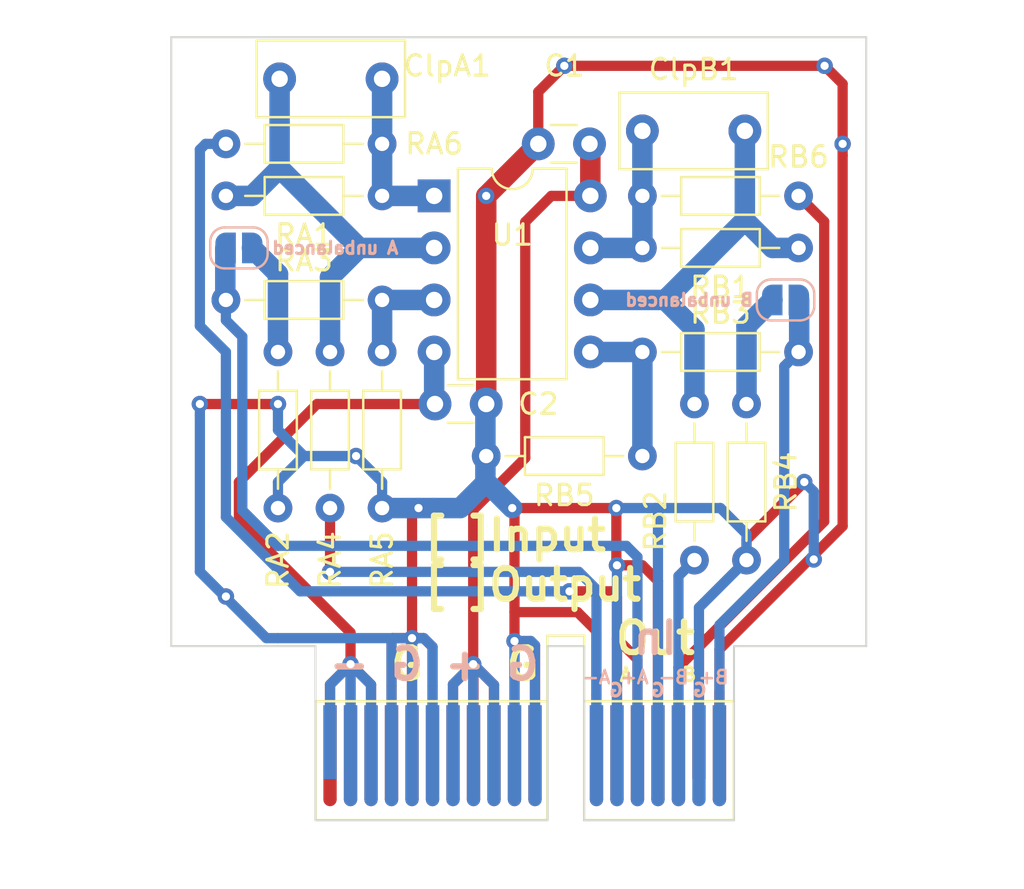
<source format=kicad_pcb>
(kicad_pcb (version 20171130) (host pcbnew 5.0.2-bee76a0~70~ubuntu16.04.1)

  (general
    (thickness 1.6)
    (drawings 22)
    (tracks 225)
    (zones 0)
    (modules 20)
    (nets 18)
  )

  (page A4)
  (layers
    (0 F.Cu signal)
    (31 B.Cu signal)
    (32 B.Adhes user)
    (33 F.Adhes user)
    (34 B.Paste user)
    (35 F.Paste user)
    (36 B.SilkS user)
    (37 F.SilkS user)
    (38 B.Mask user)
    (39 F.Mask user)
    (40 Dwgs.User user)
    (41 Cmts.User user)
    (42 Eco1.User user)
    (43 Eco2.User user)
    (44 Edge.Cuts user)
    (45 Margin user)
    (46 B.CrtYd user)
    (47 F.CrtYd user)
    (48 B.Fab user)
    (49 F.Fab user)
  )

  (setup
    (last_trace_width 0.5)
    (trace_clearance 0.3)
    (zone_clearance 0.3)
    (zone_45_only no)
    (trace_min 0.2)
    (segment_width 0.2)
    (edge_width 0.1)
    (via_size 0.8)
    (via_drill 0.4)
    (via_min_size 0.4)
    (via_min_drill 0.3)
    (uvia_size 0.3)
    (uvia_drill 0.1)
    (uvias_allowed no)
    (uvia_min_size 0.2)
    (uvia_min_drill 0.1)
    (pcb_text_width 0.3)
    (pcb_text_size 1.5 1.5)
    (mod_edge_width 0.15)
    (mod_text_size 1 1)
    (mod_text_width 0.15)
    (pad_size 1 0.5)
    (pad_drill 0)
    (pad_to_mask_clearance 0)
    (solder_mask_min_width 0.25)
    (aux_axis_origin 0 0)
    (visible_elements FFFFFF7F)
    (pcbplotparams
      (layerselection 0x010f0_ffffffff)
      (usegerberextensions false)
      (usegerberattributes true)
      (usegerberadvancedattributes false)
      (creategerberjobfile false)
      (excludeedgelayer false)
      (linewidth 0.100000)
      (plotframeref false)
      (viasonmask false)
      (mode 1)
      (useauxorigin false)
      (hpglpennumber 1)
      (hpglpenspeed 20)
      (hpglpendiameter 15.000000)
      (psnegative false)
      (psa4output false)
      (plotreference true)
      (plotvalue true)
      (plotinvisibletext false)
      (padsonsilk true)
      (subtractmaskfromsilk false)
      (outputformat 1)
      (mirror false)
      (drillshape 0)
      (scaleselection 1)
      (outputdirectory "plots/"))
  )

  (net 0 "")
  (net 1 +15V)
  (net 2 GNDA)
  (net 3 -15V)
  (net 4 "Net-(RA3-Pad2)")
  (net 5 "Net-(RB3-Pad2)")
  (net 6 inB+)
  (net 7 inA+)
  (net 8 inB-)
  (net 9 inA-)
  (net 10 outA)
  (net 11 outB)
  (net 12 "Net-(JA2-Pad2)")
  (net 13 "Net-(JB1-Pad2)")
  (net 14 "Net-(ClpA1-Pad1)")
  (net 15 "Net-(ClpA1-Pad2)")
  (net 16 "Net-(ClpB1-Pad2)")
  (net 17 "Net-(ClpB1-Pad1)")

  (net_class Default "This is the default net class."
    (clearance 0.3)
    (trace_width 0.5)
    (via_dia 0.8)
    (via_drill 0.4)
    (uvia_dia 0.3)
    (uvia_drill 0.1)
    (add_net "Net-(ClpA1-Pad1)")
    (add_net "Net-(ClpA1-Pad2)")
    (add_net "Net-(ClpB1-Pad1)")
    (add_net "Net-(ClpB1-Pad2)")
    (add_net "Net-(JA2-Pad2)")
    (add_net "Net-(JB1-Pad2)")
    (add_net "Net-(RA3-Pad2)")
    (add_net "Net-(RB3-Pad2)")
    (add_net inA+)
    (add_net inA-)
    (add_net inB+)
    (add_net inB-)
    (add_net outA)
    (add_net outB)
  )

  (net_class power ""
    (clearance 0.3)
    (trace_width 0.5)
    (via_dia 0.8)
    (via_drill 0.4)
    (uvia_dia 0.3)
    (uvia_drill 0.1)
    (add_net +15V)
    (add_net -15V)
    (add_net GNDA)
  )

  (module Resistor_THT:R_Axial_DIN0204_L3.6mm_D1.6mm_P7.62mm_Horizontal (layer F.Cu) (tedit 5AE5139B) (tstamp 5D4D76E4)
    (at 99.06 36.83 180)
    (descr "Resistor, Axial_DIN0204 series, Axial, Horizontal, pin pitch=7.62mm, 0.167W, length*diameter=3.6*1.6mm^2, http://cdn-reichelt.de/documents/datenblatt/B400/1_4W%23YAG.pdf")
    (tags "Resistor Axial_DIN0204 series Axial Horizontal pin pitch 7.62mm 0.167W length 3.6mm diameter 1.6mm")
    (path /5CA39C35)
    (fp_text reference RA6 (at -2.54 0 180) (layer F.SilkS)
      (effects (font (size 1 1) (thickness 0.15)))
    )
    (fp_text value 0|0|220 (at 12.7 0 180) (layer F.Fab)
      (effects (font (size 1 1) (thickness 0.15)))
    )
    (fp_line (start 2.01 -0.8) (end 2.01 0.8) (layer F.Fab) (width 0.1))
    (fp_line (start 2.01 0.8) (end 5.61 0.8) (layer F.Fab) (width 0.1))
    (fp_line (start 5.61 0.8) (end 5.61 -0.8) (layer F.Fab) (width 0.1))
    (fp_line (start 5.61 -0.8) (end 2.01 -0.8) (layer F.Fab) (width 0.1))
    (fp_line (start 0 0) (end 2.01 0) (layer F.Fab) (width 0.1))
    (fp_line (start 7.62 0) (end 5.61 0) (layer F.Fab) (width 0.1))
    (fp_line (start 1.89 -0.92) (end 1.89 0.92) (layer F.SilkS) (width 0.12))
    (fp_line (start 1.89 0.92) (end 5.73 0.92) (layer F.SilkS) (width 0.12))
    (fp_line (start 5.73 0.92) (end 5.73 -0.92) (layer F.SilkS) (width 0.12))
    (fp_line (start 5.73 -0.92) (end 1.89 -0.92) (layer F.SilkS) (width 0.12))
    (fp_line (start 0.94 0) (end 1.89 0) (layer F.SilkS) (width 0.12))
    (fp_line (start 6.68 0) (end 5.73 0) (layer F.SilkS) (width 0.12))
    (fp_line (start -0.95 -1.05) (end -0.95 1.05) (layer F.CrtYd) (width 0.05))
    (fp_line (start -0.95 1.05) (end 8.57 1.05) (layer F.CrtYd) (width 0.05))
    (fp_line (start 8.57 1.05) (end 8.57 -1.05) (layer F.CrtYd) (width 0.05))
    (fp_line (start 8.57 -1.05) (end -0.95 -1.05) (layer F.CrtYd) (width 0.05))
    (fp_text user %R (at 3.81 0 180) (layer F.Fab)
      (effects (font (size 0.72 0.72) (thickness 0.108)))
    )
    (pad 1 thru_hole circle (at 0 0 180) (size 1.4 1.4) (drill 0.7) (layers *.Cu *.Mask)
      (net 14 "Net-(ClpA1-Pad1)"))
    (pad 2 thru_hole oval (at 7.62 0 180) (size 1.4 1.4) (drill 0.7) (layers *.Cu *.Mask)
      (net 10 outA))
    (model ${KISYS3DMOD}/Resistor_THT.3dshapes/R_Axial_DIN0204_L3.6mm_D1.6mm_P7.62mm_Horizontal.wrl
      (at (xyz 0 0 0))
      (scale (xyz 1 1 1))
      (rotate (xyz 0 0 0))
    )
  )

  (module Package_DIP:DIP-8_W7.62mm (layer F.Cu) (tedit 5A02E8C5) (tstamp 5CA24E4D)
    (at 101.6 39.37)
    (descr "8-lead though-hole mounted DIP package, row spacing 7.62 mm (300 mils)")
    (tags "THT DIP DIL PDIP 2.54mm 7.62mm 300mil")
    (path /5C54CA7D)
    (fp_text reference U1 (at 3.81 1.905) (layer F.SilkS)
      (effects (font (size 1 1) (thickness 0.15)))
    )
    (fp_text value LM4562 (at 3.81 5.08) (layer F.Fab)
      (effects (font (size 1 1) (thickness 0.15)))
    )
    (fp_arc (start 3.81 -1.33) (end 2.81 -1.33) (angle -180) (layer F.SilkS) (width 0.12))
    (fp_line (start 1.635 -1.27) (end 6.985 -1.27) (layer F.Fab) (width 0.1))
    (fp_line (start 6.985 -1.27) (end 6.985 8.89) (layer F.Fab) (width 0.1))
    (fp_line (start 6.985 8.89) (end 0.635 8.89) (layer F.Fab) (width 0.1))
    (fp_line (start 0.635 8.89) (end 0.635 -0.27) (layer F.Fab) (width 0.1))
    (fp_line (start 0.635 -0.27) (end 1.635 -1.27) (layer F.Fab) (width 0.1))
    (fp_line (start 2.81 -1.33) (end 1.16 -1.33) (layer F.SilkS) (width 0.12))
    (fp_line (start 1.16 -1.33) (end 1.16 8.95) (layer F.SilkS) (width 0.12))
    (fp_line (start 1.16 8.95) (end 6.46 8.95) (layer F.SilkS) (width 0.12))
    (fp_line (start 6.46 8.95) (end 6.46 -1.33) (layer F.SilkS) (width 0.12))
    (fp_line (start 6.46 -1.33) (end 4.81 -1.33) (layer F.SilkS) (width 0.12))
    (fp_line (start -1.1 -1.55) (end -1.1 9.15) (layer F.CrtYd) (width 0.05))
    (fp_line (start -1.1 9.15) (end 8.7 9.15) (layer F.CrtYd) (width 0.05))
    (fp_line (start 8.7 9.15) (end 8.7 -1.55) (layer F.CrtYd) (width 0.05))
    (fp_line (start 8.7 -1.55) (end -1.1 -1.55) (layer F.CrtYd) (width 0.05))
    (fp_text user %R (at 3.81 3.81) (layer F.Fab)
      (effects (font (size 1 1) (thickness 0.15)))
    )
    (pad 1 thru_hole rect (at 0 0) (size 1.6 1.6) (drill 0.8) (layers *.Cu *.Mask)
      (net 14 "Net-(ClpA1-Pad1)"))
    (pad 5 thru_hole oval (at 7.62 7.62) (size 1.6 1.6) (drill 0.8) (layers *.Cu *.Mask)
      (net 5 "Net-(RB3-Pad2)"))
    (pad 2 thru_hole oval (at 0 2.54) (size 1.6 1.6) (drill 0.8) (layers *.Cu *.Mask)
      (net 15 "Net-(ClpA1-Pad2)"))
    (pad 6 thru_hole oval (at 7.62 5.08) (size 1.6 1.6) (drill 0.8) (layers *.Cu *.Mask)
      (net 16 "Net-(ClpB1-Pad2)"))
    (pad 3 thru_hole oval (at 0 5.08) (size 1.6 1.6) (drill 0.8) (layers *.Cu *.Mask)
      (net 4 "Net-(RA3-Pad2)"))
    (pad 7 thru_hole oval (at 7.62 2.54) (size 1.6 1.6) (drill 0.8) (layers *.Cu *.Mask)
      (net 17 "Net-(ClpB1-Pad1)"))
    (pad 4 thru_hole oval (at 0 7.62) (size 1.6 1.6) (drill 0.8) (layers *.Cu *.Mask)
      (net 3 -15V))
    (pad 8 thru_hole oval (at 7.62 0) (size 1.6 1.6) (drill 0.8) (layers *.Cu *.Mask)
      (net 1 +15V))
    (model ${KISYS3DMOD}/Package_DIP.3dshapes/DIP-8_W7.62mm.wrl
      (at (xyz 0 0 0))
      (scale (xyz 1 1 1))
      (rotate (xyz 0 0 0))
    )
  )

  (module footprints:PCIexpress_1x_letters (layer F.Cu) (tedit 5D08B442) (tstamp 5C54794C)
    (at 96.52 66.04)
    (descr "PCIexpress Bus Edge Connector")
    (tags "PCIexpress Bus Edge Connector")
    (path /5C5482AB)
    (attr virtual)
    (fp_text reference J3 (at 11.43 -4.318) (layer F.SilkS) hide
      (effects (font (size 1 1) (thickness 0.15)))
    )
    (fp_text value Conn_02x18_Row_Letter_First (at 10.16 6.35) (layer F.Fab)
      (effects (font (size 1 1) (thickness 0.15)))
    )
    (fp_line (start 19.95 4.05) (end -0.95 4.05) (layer F.CrtYd) (width 0.05))
    (fp_line (start 19.95 4.05) (end 19.95 -5.45) (layer F.CrtYd) (width 0.05))
    (fp_line (start -0.95 -5.45) (end -0.95 4.05) (layer F.CrtYd) (width 0.05))
    (fp_line (start -0.95 -5.45) (end 19.95 -5.45) (layer F.CrtYd) (width 0.05))
    (fp_line (start 19.7 -2) (end 19.7 3.8) (layer F.SilkS) (width 0.12))
    (fp_line (start 12.4 -2) (end 12.4 3.8) (layer F.SilkS) (width 0.12))
    (fp_line (start 12.4 3.8) (end 19.7 3.8) (layer F.SilkS) (width 0.12))
    (fp_line (start 19.7 -2) (end 12.4 -2) (layer F.SilkS) (width 0.12))
    (fp_line (start -0.7 3.8) (end -0.7 -2) (layer F.SilkS) (width 0.12))
    (fp_line (start 10.6 3.8) (end -0.7 3.8) (layer F.SilkS) (width 0.12))
    (fp_line (start 10.6 -2) (end 10.6 3.8) (layer F.SilkS) (width 0.12))
    (fp_line (start -0.7 -2) (end 10.6 -2) (layer F.SilkS) (width 0.12))
    (fp_line (start 12.4 -5.2) (end 12.4 -2) (layer F.SilkS) (width 0.12))
    (fp_line (start 10.6 -5.2) (end 12.4 -5.2) (layer F.SilkS) (width 0.12))
    (fp_line (start 10.6 -2) (end 10.6 -5.2) (layer F.SilkS) (width 0.12))
    (fp_text user %R (at 9.5 0.662) (layer F.Fab)
      (effects (font (size 1 1) (thickness 0.15)))
    )
    (pad "" connect oval (at 1 2.8 90) (size 0.65 0.65) (layers B.Cu B.Mask))
    (pad "" connect oval (at 19 2.8 90) (size 0.65 0.65) (layers B.Cu B.Mask))
    (pad "" connect oval (at 18 2.8 90) (size 0.65 0.65) (layers B.Cu B.Mask))
    (pad "" connect oval (at 13 2.8 90) (size 0.65 0.65) (layers B.Cu B.Mask))
    (pad "" connect oval (at 10 2.8 90) (size 0.65 0.65) (layers B.Cu B.Mask))
    (pad "" connect oval (at 17 2.8 90) (size 0.65 0.65) (layers B.Cu B.Mask))
    (pad "" connect oval (at 14 2.8 90) (size 0.65 0.65) (layers B.Cu B.Mask))
    (pad "" connect oval (at 2 2.8 90) (size 0.65 0.65) (layers B.Cu B.Mask))
    (pad "" connect oval (at 16 2.8 90) (size 0.65 0.65) (layers B.Cu B.Mask))
    (pad "" connect oval (at 15 2.8 90) (size 0.65 0.65) (layers B.Cu B.Mask))
    (pad "" connect oval (at 9 2.8 90) (size 0.65 0.65) (layers B.Cu B.Mask))
    (pad "" connect oval (at 8 2.8 90) (size 0.65 0.65) (layers B.Cu B.Mask))
    (pad "" connect oval (at 7 2.8 90) (size 0.65 0.65) (layers B.Cu B.Mask))
    (pad "" connect oval (at 6 2.8 90) (size 0.65 0.65) (layers B.Cu B.Mask))
    (pad "" connect oval (at 5 2.8 90) (size 0.65 0.65) (layers B.Cu B.Mask))
    (pad "" connect oval (at 4 2.8 90) (size 0.65 0.65) (layers B.Cu B.Mask))
    (pad "" connect oval (at 3 2.8 90) (size 0.65 0.65) (layers B.Cu B.Mask))
    (pad "" connect circle (at 1 2.8) (size 0.65 0.65) (layers F.Cu F.Mask))
    (pad "" connect circle (at 17 2.8) (size 0.65 0.65) (layers F.Cu F.Mask))
    (pad "" connect circle (at 16 2.8) (size 0.65 0.65) (layers F.Cu F.Mask))
    (pad "" connect circle (at 15 2.8) (size 0.65 0.65) (layers F.Cu F.Mask))
    (pad "" connect circle (at 14 2.8) (size 0.65 0.65) (layers F.Cu F.Mask))
    (pad "" connect circle (at 13 2.8) (size 0.65 0.65) (layers F.Cu F.Mask))
    (pad "" connect circle (at 0 2.8) (size 0.65 0.65) (layers F.Cu F.Mask))
    (pad "" connect circle (at 10 2.8) (size 0.65 0.65) (layers F.Cu F.Mask))
    (pad "" connect circle (at 9 2.8) (size 0.65 0.65) (layers F.Cu F.Mask))
    (pad "" connect circle (at 8 2.8) (size 0.65 0.65) (layers F.Cu F.Mask))
    (pad "" connect circle (at 7 2.8) (size 0.65 0.65) (layers F.Cu F.Mask))
    (pad "" connect circle (at 6 2.8) (size 0.65 0.65) (layers F.Cu F.Mask))
    (pad "" connect circle (at 5 2.8) (size 0.65 0.65) (layers F.Cu F.Mask))
    (pad "" connect circle (at 4 2.8) (size 0.65 0.65) (layers F.Cu F.Mask))
    (pad "" connect circle (at 3 2.8) (size 0.65 0.65) (layers F.Cu F.Mask))
    (pad "" connect circle (at 2 2.8) (size 0.65 0.65) (layers F.Cu F.Mask))
    (pad 13a connect rect (at 14 0.5) (size 0.65 4.6) (layers B.Cu B.Mask)
      (net 2 GNDA))
    (pad 12a connect rect (at 13 0.5) (size 0.65 4.6) (layers B.Cu B.Mask)
      (net 9 inA-))
    (pad 18a connect rect (at 19 0.5) (size 0.65 4.6) (layers B.Cu B.Mask)
      (net 6 inB+))
    (pad 17a connect rect (at 18 0.5) (size 0.65 4.6) (layers B.Cu B.Mask)
      (net 2 GNDA))
    (pad 16a connect rect (at 17 0.5) (size 0.65 4.6) (layers B.Cu B.Mask)
      (net 8 inB-))
    (pad 15a connect rect (at 16 0.5) (size 0.65 4.6) (layers B.Cu B.Mask)
      (net 2 GNDA))
    (pad 14a connect rect (at 15 0.5) (size 0.65 4.6) (layers B.Cu B.Mask)
      (net 7 inA+))
    (pad 11a connect rect (at 10 0.5) (size 0.65 4.6) (layers B.Cu B.Mask)
      (net 2 GNDA))
    (pad 10a connect rect (at 9 0.5) (size 0.65 4.6) (layers B.Cu B.Mask)
      (net 2 GNDA))
    (pad 9a connect rect (at 8 0.5) (size 0.65 4.6) (layers B.Cu B.Mask)
      (net 1 +15V))
    (pad 8a connect rect (at 7 0.5) (size 0.65 4.6) (layers B.Cu B.Mask)
      (net 1 +15V))
    (pad 7a connect rect (at 6 0.5) (size 0.65 4.6) (layers B.Cu B.Mask)
      (net 1 +15V))
    (pad 6a connect rect (at 5 0.5) (size 0.65 4.6) (layers B.Cu B.Mask)
      (net 2 GNDA))
    (pad 5a connect rect (at 4 0.5) (size 0.65 4.6) (layers B.Cu B.Mask)
      (net 2 GNDA))
    (pad 4a connect rect (at 3 0.5) (size 0.65 4.6) (layers B.Cu B.Mask)
      (net 2 GNDA))
    (pad 3a connect rect (at 2 0.5) (size 0.65 4.6) (layers B.Cu B.Mask)
      (net 3 -15V))
    (pad 2a connect rect (at 1 0.5) (size 0.65 4.6) (layers B.Cu B.Mask)
      (net 3 -15V))
    (pad 1a connect rect (at 0 0) (size 0.65 3.6) (layers B.Cu B.Mask)
      (net 3 -15V))
    (pad 13b connect rect (at 14 0.5) (size 0.65 4.6) (layers F.Cu F.Mask)
      (net 10 outA))
    (pad 12b connect rect (at 13 0.5) (size 0.65 4.6) (layers F.Cu F.Mask)
      (net 2 GNDA))
    (pad 18b connect rect (at 19 0.5) (size 0.65 4.6) (layers F.Cu F.Mask)
      (net 2 GNDA))
    (pad 17b connect rect (at 18 0) (size 0.65 3.6) (layers F.Cu F.Mask)
      (net 11 outB))
    (pad 16b connect rect (at 17 0.5) (size 0.65 4.6) (layers F.Cu F.Mask)
      (net 11 outB))
    (pad 15b connect rect (at 16 0.5) (size 0.65 4.6) (layers F.Cu F.Mask)
      (net 2 GNDA))
    (pad 14b connect rect (at 15 0.5) (size 0.65 4.6) (layers F.Cu F.Mask)
      (net 10 outA))
    (pad 11b connect rect (at 10 0.5) (size 0.65 4.6) (layers F.Cu F.Mask)
      (net 2 GNDA))
    (pad 10b connect rect (at 9 0.5) (size 0.65 4.6) (layers F.Cu F.Mask)
      (net 2 GNDA))
    (pad 9b connect rect (at 8 0.5) (size 0.65 4.6) (layers F.Cu F.Mask)
      (net 1 +15V))
    (pad 8b connect rect (at 7 0.5) (size 0.65 4.6) (layers F.Cu F.Mask)
      (net 1 +15V))
    (pad 7b connect rect (at 6 0.5) (size 0.65 4.6) (layers F.Cu F.Mask)
      (net 1 +15V))
    (pad 6b connect rect (at 5 0.5) (size 0.65 4.6) (layers F.Cu F.Mask)
      (net 2 GNDA))
    (pad 5b connect rect (at 4 0.5) (size 0.65 4.6) (layers F.Cu F.Mask)
      (net 2 GNDA))
    (pad 4b connect rect (at 3 0.5) (size 0.65 4.6) (layers F.Cu F.Mask)
      (net 2 GNDA))
    (pad 3b connect rect (at 2 0.5) (size 0.65 4.6) (layers F.Cu F.Mask)
      (net 3 -15V))
    (pad 2b connect rect (at 1 0.5) (size 0.65 4.6) (layers F.Cu F.Mask)
      (net 3 -15V))
    (pad 1b connect rect (at 0 0.5) (size 0.65 4.6) (layers F.Cu F.Mask)
      (net 3 -15V))
    (pad "" connect circle (at 19 2.8) (size 0.65 0.65) (layers F.Cu F.Mask))
  )

  (module Resistor_THT:R_Axial_DIN0204_L3.6mm_D1.6mm_P7.62mm_Horizontal (layer F.Cu) (tedit 5AE5139B) (tstamp 5CA24D4F)
    (at 96.52 54.61 90)
    (descr "Resistor, Axial_DIN0204 series, Axial, Horizontal, pin pitch=7.62mm, 0.167W, length*diameter=3.6*1.6mm^2, http://cdn-reichelt.de/documents/datenblatt/B400/1_4W%23YAG.pdf")
    (tags "Resistor Axial_DIN0204 series Axial Horizontal pin pitch 7.62mm 0.167W length 3.6mm diameter 1.6mm")
    (path /5C54CA8C)
    (fp_text reference RA2 (at -2.54 -2.54 90) (layer F.SilkS)
      (effects (font (size 1 1) (thickness 0.15)))
    )
    (fp_text value 10k|0|open (at -7.62 0 90) (layer F.Fab)
      (effects (font (size 1 1) (thickness 0.15)))
    )
    (fp_line (start 2.01 -0.8) (end 2.01 0.8) (layer F.Fab) (width 0.1))
    (fp_line (start 2.01 0.8) (end 5.61 0.8) (layer F.Fab) (width 0.1))
    (fp_line (start 5.61 0.8) (end 5.61 -0.8) (layer F.Fab) (width 0.1))
    (fp_line (start 5.61 -0.8) (end 2.01 -0.8) (layer F.Fab) (width 0.1))
    (fp_line (start 0 0) (end 2.01 0) (layer F.Fab) (width 0.1))
    (fp_line (start 7.62 0) (end 5.61 0) (layer F.Fab) (width 0.1))
    (fp_line (start 1.89 -0.92) (end 1.89 0.92) (layer F.SilkS) (width 0.12))
    (fp_line (start 1.89 0.92) (end 5.73 0.92) (layer F.SilkS) (width 0.12))
    (fp_line (start 5.73 0.92) (end 5.73 -0.92) (layer F.SilkS) (width 0.12))
    (fp_line (start 5.73 -0.92) (end 1.89 -0.92) (layer F.SilkS) (width 0.12))
    (fp_line (start 0.94 0) (end 1.89 0) (layer F.SilkS) (width 0.12))
    (fp_line (start 6.68 0) (end 5.73 0) (layer F.SilkS) (width 0.12))
    (fp_line (start -0.95 -1.05) (end -0.95 1.05) (layer F.CrtYd) (width 0.05))
    (fp_line (start -0.95 1.05) (end 8.57 1.05) (layer F.CrtYd) (width 0.05))
    (fp_line (start 8.57 1.05) (end 8.57 -1.05) (layer F.CrtYd) (width 0.05))
    (fp_line (start 8.57 -1.05) (end -0.95 -1.05) (layer F.CrtYd) (width 0.05))
    (fp_text user %R (at 3.81 0 90) (layer F.Fab)
      (effects (font (size 0.72 0.72) (thickness 0.108)))
    )
    (pad 1 thru_hole circle (at 0 0 90) (size 1.4 1.4) (drill 0.7) (layers *.Cu *.Mask)
      (net 9 inA-))
    (pad 2 thru_hole oval (at 7.62 0 90) (size 1.4 1.4) (drill 0.7) (layers *.Cu *.Mask)
      (net 15 "Net-(ClpA1-Pad2)"))
    (model ${KISYS3DMOD}/Resistor_THT.3dshapes/R_Axial_DIN0204_L3.6mm_D1.6mm_P7.62mm_Horizontal.wrl
      (at (xyz 0 0 0))
      (scale (xyz 1 1 1))
      (rotate (xyz 0 0 0))
    )
  )

  (module Resistor_THT:R_Axial_DIN0204_L3.6mm_D1.6mm_P7.62mm_Horizontal (layer F.Cu) (tedit 5AE5139B) (tstamp 5CA24B48)
    (at 91.44 44.45)
    (descr "Resistor, Axial_DIN0204 series, Axial, Horizontal, pin pitch=7.62mm, 0.167W, length*diameter=3.6*1.6mm^2, http://cdn-reichelt.de/documents/datenblatt/B400/1_4W%23YAG.pdf")
    (tags "Resistor Axial_DIN0204 series Axial Horizontal pin pitch 7.62mm 0.167W length 3.6mm diameter 1.6mm")
    (path /5C54CAA4)
    (fp_text reference RA3 (at 3.81 -1.92) (layer F.SilkS)
      (effects (font (size 1 1) (thickness 0.15)))
    )
    (fp_text value 10k|1k|10k (at -6.35 0) (layer F.Fab)
      (effects (font (size 1 1) (thickness 0.15)))
    )
    (fp_text user %R (at 3.81 0) (layer F.Fab)
      (effects (font (size 0.72 0.72) (thickness 0.108)))
    )
    (fp_line (start 8.57 -1.05) (end -0.95 -1.05) (layer F.CrtYd) (width 0.05))
    (fp_line (start 8.57 1.05) (end 8.57 -1.05) (layer F.CrtYd) (width 0.05))
    (fp_line (start -0.95 1.05) (end 8.57 1.05) (layer F.CrtYd) (width 0.05))
    (fp_line (start -0.95 -1.05) (end -0.95 1.05) (layer F.CrtYd) (width 0.05))
    (fp_line (start 6.68 0) (end 5.73 0) (layer F.SilkS) (width 0.12))
    (fp_line (start 0.94 0) (end 1.89 0) (layer F.SilkS) (width 0.12))
    (fp_line (start 5.73 -0.92) (end 1.89 -0.92) (layer F.SilkS) (width 0.12))
    (fp_line (start 5.73 0.92) (end 5.73 -0.92) (layer F.SilkS) (width 0.12))
    (fp_line (start 1.89 0.92) (end 5.73 0.92) (layer F.SilkS) (width 0.12))
    (fp_line (start 1.89 -0.92) (end 1.89 0.92) (layer F.SilkS) (width 0.12))
    (fp_line (start 7.62 0) (end 5.61 0) (layer F.Fab) (width 0.1))
    (fp_line (start 0 0) (end 2.01 0) (layer F.Fab) (width 0.1))
    (fp_line (start 5.61 -0.8) (end 2.01 -0.8) (layer F.Fab) (width 0.1))
    (fp_line (start 5.61 0.8) (end 5.61 -0.8) (layer F.Fab) (width 0.1))
    (fp_line (start 2.01 0.8) (end 5.61 0.8) (layer F.Fab) (width 0.1))
    (fp_line (start 2.01 -0.8) (end 2.01 0.8) (layer F.Fab) (width 0.1))
    (pad 2 thru_hole oval (at 7.62 0) (size 1.4 1.4) (drill 0.7) (layers *.Cu *.Mask)
      (net 4 "Net-(RA3-Pad2)"))
    (pad 1 thru_hole circle (at 0 0) (size 1.4 1.4) (drill 0.7) (layers *.Cu *.Mask)
      (net 7 inA+))
    (model ${KISYS3DMOD}/Resistor_THT.3dshapes/R_Axial_DIN0204_L3.6mm_D1.6mm_P7.62mm_Horizontal.wrl
      (at (xyz 0 0 0))
      (scale (xyz 1 1 1))
      (rotate (xyz 0 0 0))
    )
  )

  (module Resistor_THT:R_Axial_DIN0204_L3.6mm_D1.6mm_P7.62mm_Horizontal (layer F.Cu) (tedit 5AE5139B) (tstamp 5CA24BBD)
    (at 93.98 46.99 270)
    (descr "Resistor, Axial_DIN0204 series, Axial, Horizontal, pin pitch=7.62mm, 0.167W, length*diameter=3.6*1.6mm^2, http://cdn-reichelt.de/documents/datenblatt/B400/1_4W%23YAG.pdf")
    (tags "Resistor Axial_DIN0204 series Axial Horizontal pin pitch 7.62mm 0.167W length 3.6mm diameter 1.6mm")
    (path /5C54CAB9)
    (fp_text reference RA4 (at 10.16 -2.54 270) (layer F.SilkS)
      (effects (font (size 1 1) (thickness 0.15)))
    )
    (fp_text value 10|0|open (at 15.24 0 270) (layer F.Fab)
      (effects (font (size 1 1) (thickness 0.15)))
    )
    (fp_text user %R (at 3.81 0 270) (layer F.Fab)
      (effects (font (size 0.72 0.72) (thickness 0.108)))
    )
    (fp_line (start 8.57 -1.05) (end -0.95 -1.05) (layer F.CrtYd) (width 0.05))
    (fp_line (start 8.57 1.05) (end 8.57 -1.05) (layer F.CrtYd) (width 0.05))
    (fp_line (start -0.95 1.05) (end 8.57 1.05) (layer F.CrtYd) (width 0.05))
    (fp_line (start -0.95 -1.05) (end -0.95 1.05) (layer F.CrtYd) (width 0.05))
    (fp_line (start 6.68 0) (end 5.73 0) (layer F.SilkS) (width 0.12))
    (fp_line (start 0.94 0) (end 1.89 0) (layer F.SilkS) (width 0.12))
    (fp_line (start 5.73 -0.92) (end 1.89 -0.92) (layer F.SilkS) (width 0.12))
    (fp_line (start 5.73 0.92) (end 5.73 -0.92) (layer F.SilkS) (width 0.12))
    (fp_line (start 1.89 0.92) (end 5.73 0.92) (layer F.SilkS) (width 0.12))
    (fp_line (start 1.89 -0.92) (end 1.89 0.92) (layer F.SilkS) (width 0.12))
    (fp_line (start 7.62 0) (end 5.61 0) (layer F.Fab) (width 0.1))
    (fp_line (start 0 0) (end 2.01 0) (layer F.Fab) (width 0.1))
    (fp_line (start 5.61 -0.8) (end 2.01 -0.8) (layer F.Fab) (width 0.1))
    (fp_line (start 5.61 0.8) (end 5.61 -0.8) (layer F.Fab) (width 0.1))
    (fp_line (start 2.01 0.8) (end 5.61 0.8) (layer F.Fab) (width 0.1))
    (fp_line (start 2.01 -0.8) (end 2.01 0.8) (layer F.Fab) (width 0.1))
    (pad 2 thru_hole oval (at 7.62 0 270) (size 1.4 1.4) (drill 0.7) (layers *.Cu *.Mask)
      (net 2 GNDA))
    (pad 1 thru_hole circle (at 0 0 270) (size 1.4 1.4) (drill 0.7) (layers *.Cu *.Mask)
      (net 12 "Net-(JA2-Pad2)"))
    (model ${KISYS3DMOD}/Resistor_THT.3dshapes/R_Axial_DIN0204_L3.6mm_D1.6mm_P7.62mm_Horizontal.wrl
      (at (xyz 0 0 0))
      (scale (xyz 1 1 1))
      (rotate (xyz 0 0 0))
    )
  )

  (module Resistor_THT:R_Axial_DIN0204_L3.6mm_D1.6mm_P7.62mm_Horizontal (layer F.Cu) (tedit 5AE5139B) (tstamp 5CA24D91)
    (at 99.06 46.99 270)
    (descr "Resistor, Axial_DIN0204 series, Axial, Horizontal, pin pitch=7.62mm, 0.167W, length*diameter=3.6*1.6mm^2, http://cdn-reichelt.de/documents/datenblatt/B400/1_4W%23YAG.pdf")
    (tags "Resistor Axial_DIN0204 series Axial Horizontal pin pitch 7.62mm 0.167W length 3.6mm diameter 1.6mm")
    (path /5C54CAAC)
    (fp_text reference RA5 (at 10.16 0 270) (layer F.SilkS)
      (effects (font (size 1 1) (thickness 0.15)))
    )
    (fp_text value 10k|open|open (at 16.51 0 270) (layer F.Fab)
      (effects (font (size 1 1) (thickness 0.15)))
    )
    (fp_line (start 2.01 -0.8) (end 2.01 0.8) (layer F.Fab) (width 0.1))
    (fp_line (start 2.01 0.8) (end 5.61 0.8) (layer F.Fab) (width 0.1))
    (fp_line (start 5.61 0.8) (end 5.61 -0.8) (layer F.Fab) (width 0.1))
    (fp_line (start 5.61 -0.8) (end 2.01 -0.8) (layer F.Fab) (width 0.1))
    (fp_line (start 0 0) (end 2.01 0) (layer F.Fab) (width 0.1))
    (fp_line (start 7.62 0) (end 5.61 0) (layer F.Fab) (width 0.1))
    (fp_line (start 1.89 -0.92) (end 1.89 0.92) (layer F.SilkS) (width 0.12))
    (fp_line (start 1.89 0.92) (end 5.73 0.92) (layer F.SilkS) (width 0.12))
    (fp_line (start 5.73 0.92) (end 5.73 -0.92) (layer F.SilkS) (width 0.12))
    (fp_line (start 5.73 -0.92) (end 1.89 -0.92) (layer F.SilkS) (width 0.12))
    (fp_line (start 0.94 0) (end 1.89 0) (layer F.SilkS) (width 0.12))
    (fp_line (start 6.68 0) (end 5.73 0) (layer F.SilkS) (width 0.12))
    (fp_line (start -0.95 -1.05) (end -0.95 1.05) (layer F.CrtYd) (width 0.05))
    (fp_line (start -0.95 1.05) (end 8.57 1.05) (layer F.CrtYd) (width 0.05))
    (fp_line (start 8.57 1.05) (end 8.57 -1.05) (layer F.CrtYd) (width 0.05))
    (fp_line (start 8.57 -1.05) (end -0.95 -1.05) (layer F.CrtYd) (width 0.05))
    (fp_text user %R (at 3.81 0 270) (layer F.Fab)
      (effects (font (size 0.72 0.72) (thickness 0.108)))
    )
    (pad 1 thru_hole circle (at 0 0 270) (size 1.4 1.4) (drill 0.7) (layers *.Cu *.Mask)
      (net 4 "Net-(RA3-Pad2)"))
    (pad 2 thru_hole oval (at 7.62 0 270) (size 1.4 1.4) (drill 0.7) (layers *.Cu *.Mask)
      (net 2 GNDA))
    (model ${KISYS3DMOD}/Resistor_THT.3dshapes/R_Axial_DIN0204_L3.6mm_D1.6mm_P7.62mm_Horizontal.wrl
      (at (xyz 0 0 0))
      (scale (xyz 1 1 1))
      (rotate (xyz 0 0 0))
    )
  )

  (module Resistor_THT:R_Axial_DIN0204_L3.6mm_D1.6mm_P7.62mm_Horizontal (layer F.Cu) (tedit 5AE5139B) (tstamp 5CA24E06)
    (at 119.38 41.91 180)
    (descr "Resistor, Axial_DIN0204 series, Axial, Horizontal, pin pitch=7.62mm, 0.167W, length*diameter=3.6*1.6mm^2, http://cdn-reichelt.de/documents/datenblatt/B400/1_4W%23YAG.pdf")
    (tags "Resistor Axial_DIN0204 series Axial Horizontal pin pitch 7.62mm 0.167W length 3.6mm diameter 1.6mm")
    (path /5C54CB19)
    (fp_text reference RB1 (at 3.81 -1.92 180) (layer F.SilkS)
      (effects (font (size 1 1) (thickness 0.15)))
    )
    (fp_text value 10k|10k|0 (at -6.35 0 180) (layer F.Fab)
      (effects (font (size 1 1) (thickness 0.15)))
    )
    (fp_line (start 2.01 -0.8) (end 2.01 0.8) (layer F.Fab) (width 0.1))
    (fp_line (start 2.01 0.8) (end 5.61 0.8) (layer F.Fab) (width 0.1))
    (fp_line (start 5.61 0.8) (end 5.61 -0.8) (layer F.Fab) (width 0.1))
    (fp_line (start 5.61 -0.8) (end 2.01 -0.8) (layer F.Fab) (width 0.1))
    (fp_line (start 0 0) (end 2.01 0) (layer F.Fab) (width 0.1))
    (fp_line (start 7.62 0) (end 5.61 0) (layer F.Fab) (width 0.1))
    (fp_line (start 1.89 -0.92) (end 1.89 0.92) (layer F.SilkS) (width 0.12))
    (fp_line (start 1.89 0.92) (end 5.73 0.92) (layer F.SilkS) (width 0.12))
    (fp_line (start 5.73 0.92) (end 5.73 -0.92) (layer F.SilkS) (width 0.12))
    (fp_line (start 5.73 -0.92) (end 1.89 -0.92) (layer F.SilkS) (width 0.12))
    (fp_line (start 0.94 0) (end 1.89 0) (layer F.SilkS) (width 0.12))
    (fp_line (start 6.68 0) (end 5.73 0) (layer F.SilkS) (width 0.12))
    (fp_line (start -0.95 -1.05) (end -0.95 1.05) (layer F.CrtYd) (width 0.05))
    (fp_line (start -0.95 1.05) (end 8.57 1.05) (layer F.CrtYd) (width 0.05))
    (fp_line (start 8.57 1.05) (end 8.57 -1.05) (layer F.CrtYd) (width 0.05))
    (fp_line (start 8.57 -1.05) (end -0.95 -1.05) (layer F.CrtYd) (width 0.05))
    (fp_text user %R (at 3.81 0 180) (layer F.Fab)
      (effects (font (size 0.72 0.72) (thickness 0.108)))
    )
    (pad 1 thru_hole circle (at 0 0 180) (size 1.4 1.4) (drill 0.7) (layers *.Cu *.Mask)
      (net 16 "Net-(ClpB1-Pad2)"))
    (pad 2 thru_hole oval (at 7.62 0 180) (size 1.4 1.4) (drill 0.7) (layers *.Cu *.Mask)
      (net 17 "Net-(ClpB1-Pad1)"))
    (model ${KISYS3DMOD}/Resistor_THT.3dshapes/R_Axial_DIN0204_L3.6mm_D1.6mm_P7.62mm_Horizontal.wrl
      (at (xyz 0 0 0))
      (scale (xyz 1 1 1))
      (rotate (xyz 0 0 0))
    )
  )

  (module Resistor_THT:R_Axial_DIN0204_L3.6mm_D1.6mm_P7.62mm_Horizontal (layer F.Cu) (tedit 5AE5139B) (tstamp 5CA24C29)
    (at 114.3 57.15 90)
    (descr "Resistor, Axial_DIN0204 series, Axial, Horizontal, pin pitch=7.62mm, 0.167W, length*diameter=3.6*1.6mm^2, http://cdn-reichelt.de/documents/datenblatt/B400/1_4W%23YAG.pdf")
    (tags "Resistor Axial_DIN0204 series Axial Horizontal pin pitch 7.62mm 0.167W length 3.6mm diameter 1.6mm")
    (path /5C54CAD8)
    (fp_text reference RB2 (at 1.905 -1.905 90) (layer F.SilkS)
      (effects (font (size 1 1) (thickness 0.15)))
    )
    (fp_text value 10k|0|open (at -6.35 0 270) (layer F.Fab)
      (effects (font (size 1 1) (thickness 0.15)))
    )
    (fp_line (start 2.01 -0.8) (end 2.01 0.8) (layer F.Fab) (width 0.1))
    (fp_line (start 2.01 0.8) (end 5.61 0.8) (layer F.Fab) (width 0.1))
    (fp_line (start 5.61 0.8) (end 5.61 -0.8) (layer F.Fab) (width 0.1))
    (fp_line (start 5.61 -0.8) (end 2.01 -0.8) (layer F.Fab) (width 0.1))
    (fp_line (start 0 0) (end 2.01 0) (layer F.Fab) (width 0.1))
    (fp_line (start 7.62 0) (end 5.61 0) (layer F.Fab) (width 0.1))
    (fp_line (start 1.89 -0.92) (end 1.89 0.92) (layer F.SilkS) (width 0.12))
    (fp_line (start 1.89 0.92) (end 5.73 0.92) (layer F.SilkS) (width 0.12))
    (fp_line (start 5.73 0.92) (end 5.73 -0.92) (layer F.SilkS) (width 0.12))
    (fp_line (start 5.73 -0.92) (end 1.89 -0.92) (layer F.SilkS) (width 0.12))
    (fp_line (start 0.94 0) (end 1.89 0) (layer F.SilkS) (width 0.12))
    (fp_line (start 6.68 0) (end 5.73 0) (layer F.SilkS) (width 0.12))
    (fp_line (start -0.95 -1.05) (end -0.95 1.05) (layer F.CrtYd) (width 0.05))
    (fp_line (start -0.95 1.05) (end 8.57 1.05) (layer F.CrtYd) (width 0.05))
    (fp_line (start 8.57 1.05) (end 8.57 -1.05) (layer F.CrtYd) (width 0.05))
    (fp_line (start 8.57 -1.05) (end -0.95 -1.05) (layer F.CrtYd) (width 0.05))
    (fp_text user %R (at 3.81 0 90) (layer F.Fab)
      (effects (font (size 0.72 0.72) (thickness 0.108)))
    )
    (pad 1 thru_hole circle (at 0 0 90) (size 1.4 1.4) (drill 0.7) (layers *.Cu *.Mask)
      (net 8 inB-))
    (pad 2 thru_hole oval (at 7.62 0 90) (size 1.4 1.4) (drill 0.7) (layers *.Cu *.Mask)
      (net 16 "Net-(ClpB1-Pad2)"))
    (model ${KISYS3DMOD}/Resistor_THT.3dshapes/R_Axial_DIN0204_L3.6mm_D1.6mm_P7.62mm_Horizontal.wrl
      (at (xyz 0 0 0))
      (scale (xyz 1 1 1))
      (rotate (xyz 0 0 0))
    )
  )

  (module Resistor_THT:R_Axial_DIN0204_L3.6mm_D1.6mm_P7.62mm_Horizontal (layer F.Cu) (tedit 5AE5139B) (tstamp 5CA24AD9)
    (at 119.38 46.99 180)
    (descr "Resistor, Axial_DIN0204 series, Axial, Horizontal, pin pitch=7.62mm, 0.167W, length*diameter=3.6*1.6mm^2, http://cdn-reichelt.de/documents/datenblatt/B400/1_4W%23YAG.pdf")
    (tags "Resistor Axial_DIN0204 series Axial Horizontal pin pitch 7.62mm 0.167W length 3.6mm diameter 1.6mm")
    (path /5C54CAE4)
    (fp_text reference RB3 (at 3.81 1.905 180) (layer F.SilkS)
      (effects (font (size 1 1) (thickness 0.15)))
    )
    (fp_text value 10k|1k|10k (at -6.35 0 180) (layer F.Fab)
      (effects (font (size 1 1) (thickness 0.15)))
    )
    (fp_text user %R (at 3.81 0 180) (layer F.Fab)
      (effects (font (size 0.72 0.72) (thickness 0.108)))
    )
    (fp_line (start 8.57 -1.05) (end -0.95 -1.05) (layer F.CrtYd) (width 0.05))
    (fp_line (start 8.57 1.05) (end 8.57 -1.05) (layer F.CrtYd) (width 0.05))
    (fp_line (start -0.95 1.05) (end 8.57 1.05) (layer F.CrtYd) (width 0.05))
    (fp_line (start -0.95 -1.05) (end -0.95 1.05) (layer F.CrtYd) (width 0.05))
    (fp_line (start 6.68 0) (end 5.73 0) (layer F.SilkS) (width 0.12))
    (fp_line (start 0.94 0) (end 1.89 0) (layer F.SilkS) (width 0.12))
    (fp_line (start 5.73 -0.92) (end 1.89 -0.92) (layer F.SilkS) (width 0.12))
    (fp_line (start 5.73 0.92) (end 5.73 -0.92) (layer F.SilkS) (width 0.12))
    (fp_line (start 1.89 0.92) (end 5.73 0.92) (layer F.SilkS) (width 0.12))
    (fp_line (start 1.89 -0.92) (end 1.89 0.92) (layer F.SilkS) (width 0.12))
    (fp_line (start 7.62 0) (end 5.61 0) (layer F.Fab) (width 0.1))
    (fp_line (start 0 0) (end 2.01 0) (layer F.Fab) (width 0.1))
    (fp_line (start 5.61 -0.8) (end 2.01 -0.8) (layer F.Fab) (width 0.1))
    (fp_line (start 5.61 0.8) (end 5.61 -0.8) (layer F.Fab) (width 0.1))
    (fp_line (start 2.01 0.8) (end 5.61 0.8) (layer F.Fab) (width 0.1))
    (fp_line (start 2.01 -0.8) (end 2.01 0.8) (layer F.Fab) (width 0.1))
    (pad 2 thru_hole oval (at 7.62 0 180) (size 1.4 1.4) (drill 0.7) (layers *.Cu *.Mask)
      (net 5 "Net-(RB3-Pad2)"))
    (pad 1 thru_hole circle (at 0 0 180) (size 1.4 1.4) (drill 0.7) (layers *.Cu *.Mask)
      (net 6 inB+))
    (model ${KISYS3DMOD}/Resistor_THT.3dshapes/R_Axial_DIN0204_L3.6mm_D1.6mm_P7.62mm_Horizontal.wrl
      (at (xyz 0 0 0))
      (scale (xyz 1 1 1))
      (rotate (xyz 0 0 0))
    )
  )

  (module Resistor_THT:R_Axial_DIN0204_L3.6mm_D1.6mm_P7.62mm_Horizontal (layer F.Cu) (tedit 5AE5139B) (tstamp 5CA24C6B)
    (at 116.84 49.53 270)
    (descr "Resistor, Axial_DIN0204 series, Axial, Horizontal, pin pitch=7.62mm, 0.167W, length*diameter=3.6*1.6mm^2, http://cdn-reichelt.de/documents/datenblatt/B400/1_4W%23YAG.pdf")
    (tags "Resistor Axial_DIN0204 series Axial Horizontal pin pitch 7.62mm 0.167W length 3.6mm diameter 1.6mm")
    (path /5C54CAF8)
    (fp_text reference RB4 (at 3.81 -1.92 270) (layer F.SilkS)
      (effects (font (size 1 1) (thickness 0.15)))
    )
    (fp_text value 10|0|open (at 12.7 0 90) (layer F.Fab)
      (effects (font (size 1 1) (thickness 0.15)))
    )
    (fp_text user %R (at 3.81 0 270) (layer F.Fab)
      (effects (font (size 0.72 0.72) (thickness 0.108)))
    )
    (fp_line (start 8.57 -1.05) (end -0.95 -1.05) (layer F.CrtYd) (width 0.05))
    (fp_line (start 8.57 1.05) (end 8.57 -1.05) (layer F.CrtYd) (width 0.05))
    (fp_line (start -0.95 1.05) (end 8.57 1.05) (layer F.CrtYd) (width 0.05))
    (fp_line (start -0.95 -1.05) (end -0.95 1.05) (layer F.CrtYd) (width 0.05))
    (fp_line (start 6.68 0) (end 5.73 0) (layer F.SilkS) (width 0.12))
    (fp_line (start 0.94 0) (end 1.89 0) (layer F.SilkS) (width 0.12))
    (fp_line (start 5.73 -0.92) (end 1.89 -0.92) (layer F.SilkS) (width 0.12))
    (fp_line (start 5.73 0.92) (end 5.73 -0.92) (layer F.SilkS) (width 0.12))
    (fp_line (start 1.89 0.92) (end 5.73 0.92) (layer F.SilkS) (width 0.12))
    (fp_line (start 1.89 -0.92) (end 1.89 0.92) (layer F.SilkS) (width 0.12))
    (fp_line (start 7.62 0) (end 5.61 0) (layer F.Fab) (width 0.1))
    (fp_line (start 0 0) (end 2.01 0) (layer F.Fab) (width 0.1))
    (fp_line (start 5.61 -0.8) (end 2.01 -0.8) (layer F.Fab) (width 0.1))
    (fp_line (start 5.61 0.8) (end 5.61 -0.8) (layer F.Fab) (width 0.1))
    (fp_line (start 2.01 0.8) (end 5.61 0.8) (layer F.Fab) (width 0.1))
    (fp_line (start 2.01 -0.8) (end 2.01 0.8) (layer F.Fab) (width 0.1))
    (pad 2 thru_hole oval (at 7.62 0 270) (size 1.4 1.4) (drill 0.7) (layers *.Cu *.Mask)
      (net 2 GNDA))
    (pad 1 thru_hole circle (at 0 0 270) (size 1.4 1.4) (drill 0.7) (layers *.Cu *.Mask)
      (net 13 "Net-(JB1-Pad2)"))
    (model ${KISYS3DMOD}/Resistor_THT.3dshapes/R_Axial_DIN0204_L3.6mm_D1.6mm_P7.62mm_Horizontal.wrl
      (at (xyz 0 0 0))
      (scale (xyz 1 1 1))
      (rotate (xyz 0 0 0))
    )
  )

  (module Resistor_THT:R_Axial_DIN0204_L3.6mm_D1.6mm_P7.62mm_Horizontal (layer F.Cu) (tedit 5AE5139B) (tstamp 5CA24CF2)
    (at 111.76 52.07 180)
    (descr "Resistor, Axial_DIN0204 series, Axial, Horizontal, pin pitch=7.62mm, 0.167W, length*diameter=3.6*1.6mm^2, http://cdn-reichelt.de/documents/datenblatt/B400/1_4W%23YAG.pdf")
    (tags "Resistor Axial_DIN0204 series Axial Horizontal pin pitch 7.62mm 0.167W length 3.6mm diameter 1.6mm")
    (path /5C54CAEC)
    (fp_text reference RB5 (at 3.81 -1.92 180) (layer F.SilkS)
      (effects (font (size 1 1) (thickness 0.15)))
    )
    (fp_text value 10k|open|open (at 5.08 -1.905 180) (layer F.Fab)
      (effects (font (size 1 1) (thickness 0.15)))
    )
    (fp_line (start 2.01 -0.8) (end 2.01 0.8) (layer F.Fab) (width 0.1))
    (fp_line (start 2.01 0.8) (end 5.61 0.8) (layer F.Fab) (width 0.1))
    (fp_line (start 5.61 0.8) (end 5.61 -0.8) (layer F.Fab) (width 0.1))
    (fp_line (start 5.61 -0.8) (end 2.01 -0.8) (layer F.Fab) (width 0.1))
    (fp_line (start 0 0) (end 2.01 0) (layer F.Fab) (width 0.1))
    (fp_line (start 7.62 0) (end 5.61 0) (layer F.Fab) (width 0.1))
    (fp_line (start 1.89 -0.92) (end 1.89 0.92) (layer F.SilkS) (width 0.12))
    (fp_line (start 1.89 0.92) (end 5.73 0.92) (layer F.SilkS) (width 0.12))
    (fp_line (start 5.73 0.92) (end 5.73 -0.92) (layer F.SilkS) (width 0.12))
    (fp_line (start 5.73 -0.92) (end 1.89 -0.92) (layer F.SilkS) (width 0.12))
    (fp_line (start 0.94 0) (end 1.89 0) (layer F.SilkS) (width 0.12))
    (fp_line (start 6.68 0) (end 5.73 0) (layer F.SilkS) (width 0.12))
    (fp_line (start -0.95 -1.05) (end -0.95 1.05) (layer F.CrtYd) (width 0.05))
    (fp_line (start -0.95 1.05) (end 8.57 1.05) (layer F.CrtYd) (width 0.05))
    (fp_line (start 8.57 1.05) (end 8.57 -1.05) (layer F.CrtYd) (width 0.05))
    (fp_line (start 8.57 -1.05) (end -0.95 -1.05) (layer F.CrtYd) (width 0.05))
    (fp_text user %R (at 3.81 0 180) (layer F.Fab)
      (effects (font (size 0.72 0.72) (thickness 0.108)))
    )
    (pad 1 thru_hole circle (at 0 0 180) (size 1.4 1.4) (drill 0.7) (layers *.Cu *.Mask)
      (net 5 "Net-(RB3-Pad2)"))
    (pad 2 thru_hole oval (at 7.62 0 180) (size 1.4 1.4) (drill 0.7) (layers *.Cu *.Mask)
      (net 2 GNDA))
    (model ${KISYS3DMOD}/Resistor_THT.3dshapes/R_Axial_DIN0204_L3.6mm_D1.6mm_P7.62mm_Horizontal.wrl
      (at (xyz 0 0 0))
      (scale (xyz 1 1 1))
      (rotate (xyz 0 0 0))
    )
  )

  (module Resistor_THT:R_Axial_DIN0204_L3.6mm_D1.6mm_P7.62mm_Horizontal (layer F.Cu) (tedit 5AE5139B) (tstamp 5CA24CAD)
    (at 91.44 39.37)
    (descr "Resistor, Axial_DIN0204 series, Axial, Horizontal, pin pitch=7.62mm, 0.167W, length*diameter=3.6*1.6mm^2, http://cdn-reichelt.de/documents/datenblatt/B400/1_4W%23YAG.pdf")
    (tags "Resistor Axial_DIN0204 series Axial Horizontal pin pitch 7.62mm 0.167W length 3.6mm diameter 1.6mm")
    (path /5C54CA95)
    (fp_text reference RA1 (at 3.81 1.905) (layer F.SilkS)
      (effects (font (size 1 1) (thickness 0.15)))
    )
    (fp_text value 10k|10k|0 (at -6.35 0) (layer F.Fab)
      (effects (font (size 1 1) (thickness 0.15)))
    )
    (fp_line (start 2.01 -0.8) (end 2.01 0.8) (layer F.Fab) (width 0.1))
    (fp_line (start 2.01 0.8) (end 5.61 0.8) (layer F.Fab) (width 0.1))
    (fp_line (start 5.61 0.8) (end 5.61 -0.8) (layer F.Fab) (width 0.1))
    (fp_line (start 5.61 -0.8) (end 2.01 -0.8) (layer F.Fab) (width 0.1))
    (fp_line (start 0 0) (end 2.01 0) (layer F.Fab) (width 0.1))
    (fp_line (start 7.62 0) (end 5.61 0) (layer F.Fab) (width 0.1))
    (fp_line (start 1.89 -0.92) (end 1.89 0.92) (layer F.SilkS) (width 0.12))
    (fp_line (start 1.89 0.92) (end 5.73 0.92) (layer F.SilkS) (width 0.12))
    (fp_line (start 5.73 0.92) (end 5.73 -0.92) (layer F.SilkS) (width 0.12))
    (fp_line (start 5.73 -0.92) (end 1.89 -0.92) (layer F.SilkS) (width 0.12))
    (fp_line (start 0.94 0) (end 1.89 0) (layer F.SilkS) (width 0.12))
    (fp_line (start 6.68 0) (end 5.73 0) (layer F.SilkS) (width 0.12))
    (fp_line (start -0.95 -1.05) (end -0.95 1.05) (layer F.CrtYd) (width 0.05))
    (fp_line (start -0.95 1.05) (end 8.57 1.05) (layer F.CrtYd) (width 0.05))
    (fp_line (start 8.57 1.05) (end 8.57 -1.05) (layer F.CrtYd) (width 0.05))
    (fp_line (start 8.57 -1.05) (end -0.95 -1.05) (layer F.CrtYd) (width 0.05))
    (fp_text user %R (at 3.81 0) (layer F.Fab)
      (effects (font (size 0.72 0.72) (thickness 0.108)))
    )
    (pad 1 thru_hole circle (at 0 0) (size 1.4 1.4) (drill 0.7) (layers *.Cu *.Mask)
      (net 15 "Net-(ClpA1-Pad2)"))
    (pad 2 thru_hole oval (at 7.62 0) (size 1.4 1.4) (drill 0.7) (layers *.Cu *.Mask)
      (net 14 "Net-(ClpA1-Pad1)"))
    (model ${KISYS3DMOD}/Resistor_THT.3dshapes/R_Axial_DIN0204_L3.6mm_D1.6mm_P7.62mm_Horizontal.wrl
      (at (xyz 0 0 0))
      (scale (xyz 1 1 1))
      (rotate (xyz 0 0 0))
    )
  )

  (module Capacitor_THT:C_Disc_D3.0mm_W1.6mm_P2.50mm (layer F.Cu) (tedit 5AE50EF0) (tstamp 5CA24838)
    (at 109.18 36.83 180)
    (descr "C, Disc series, Radial, pin pitch=2.50mm, , diameter*width=3.0*1.6mm^2, Capacitor, http://www.vishay.com/docs/45233/krseries.pdf")
    (tags "C Disc series Radial pin pitch 2.50mm  diameter 3.0mm width 1.6mm Capacitor")
    (path /5C54CB2B)
    (fp_text reference C1 (at 1.23 3.81 180) (layer F.SilkS)
      (effects (font (size 1 1) (thickness 0.15)))
    )
    (fp_text value 100n (at 1.25 2.05 180) (layer F.Fab)
      (effects (font (size 1 1) (thickness 0.15)))
    )
    (fp_line (start -0.25 -0.8) (end -0.25 0.8) (layer F.Fab) (width 0.1))
    (fp_line (start -0.25 0.8) (end 2.75 0.8) (layer F.Fab) (width 0.1))
    (fp_line (start 2.75 0.8) (end 2.75 -0.8) (layer F.Fab) (width 0.1))
    (fp_line (start 2.75 -0.8) (end -0.25 -0.8) (layer F.Fab) (width 0.1))
    (fp_line (start 0.621 -0.92) (end 1.879 -0.92) (layer F.SilkS) (width 0.12))
    (fp_line (start 0.621 0.92) (end 1.879 0.92) (layer F.SilkS) (width 0.12))
    (fp_line (start -1.05 -1.05) (end -1.05 1.05) (layer F.CrtYd) (width 0.05))
    (fp_line (start -1.05 1.05) (end 3.55 1.05) (layer F.CrtYd) (width 0.05))
    (fp_line (start 3.55 1.05) (end 3.55 -1.05) (layer F.CrtYd) (width 0.05))
    (fp_line (start 3.55 -1.05) (end -1.05 -1.05) (layer F.CrtYd) (width 0.05))
    (fp_text user %R (at 1.25 0 180) (layer F.Fab)
      (effects (font (size 0.6 0.6) (thickness 0.09)))
    )
    (pad 1 thru_hole circle (at 0 0 180) (size 1.6 1.6) (drill 0.8) (layers *.Cu *.Mask)
      (net 1 +15V))
    (pad 2 thru_hole circle (at 2.5 0 180) (size 1.6 1.6) (drill 0.8) (layers *.Cu *.Mask)
      (net 2 GNDA))
    (model ${KISYS3DMOD}/Capacitor_THT.3dshapes/C_Disc_D3.0mm_W1.6mm_P2.50mm.wrl
      (at (xyz 0 0 0))
      (scale (xyz 1 1 1))
      (rotate (xyz 0 0 0))
    )
  )

  (module Capacitor_THT:C_Disc_D3.0mm_W1.6mm_P2.50mm (layer F.Cu) (tedit 5AE50EF0) (tstamp 5CA24849)
    (at 104.14 49.53 180)
    (descr "C, Disc series, Radial, pin pitch=2.50mm, , diameter*width=3.0*1.6mm^2, Capacitor, http://www.vishay.com/docs/45233/krseries.pdf")
    (tags "C Disc series Radial pin pitch 2.50mm  diameter 3.0mm width 1.6mm Capacitor")
    (path /5C54CB3A)
    (fp_text reference C2 (at -2.54 0 180) (layer F.SilkS)
      (effects (font (size 1 1) (thickness 0.15)))
    )
    (fp_text value 100n (at -1.27 2.05 180) (layer F.Fab)
      (effects (font (size 1 1) (thickness 0.15)))
    )
    (fp_text user %R (at 1.25 0 180) (layer F.Fab)
      (effects (font (size 0.6 0.6) (thickness 0.09)))
    )
    (fp_line (start 3.55 -1.05) (end -1.05 -1.05) (layer F.CrtYd) (width 0.05))
    (fp_line (start 3.55 1.05) (end 3.55 -1.05) (layer F.CrtYd) (width 0.05))
    (fp_line (start -1.05 1.05) (end 3.55 1.05) (layer F.CrtYd) (width 0.05))
    (fp_line (start -1.05 -1.05) (end -1.05 1.05) (layer F.CrtYd) (width 0.05))
    (fp_line (start 0.621 0.92) (end 1.879 0.92) (layer F.SilkS) (width 0.12))
    (fp_line (start 0.621 -0.92) (end 1.879 -0.92) (layer F.SilkS) (width 0.12))
    (fp_line (start 2.75 -0.8) (end -0.25 -0.8) (layer F.Fab) (width 0.1))
    (fp_line (start 2.75 0.8) (end 2.75 -0.8) (layer F.Fab) (width 0.1))
    (fp_line (start -0.25 0.8) (end 2.75 0.8) (layer F.Fab) (width 0.1))
    (fp_line (start -0.25 -0.8) (end -0.25 0.8) (layer F.Fab) (width 0.1))
    (pad 2 thru_hole circle (at 2.5 0 180) (size 1.6 1.6) (drill 0.8) (layers *.Cu *.Mask)
      (net 3 -15V))
    (pad 1 thru_hole circle (at 0 0 180) (size 1.6 1.6) (drill 0.8) (layers *.Cu *.Mask)
      (net 2 GNDA))
    (model ${KISYS3DMOD}/Capacitor_THT.3dshapes/C_Disc_D3.0mm_W1.6mm_P2.50mm.wrl
      (at (xyz 0 0 0))
      (scale (xyz 1 1 1))
      (rotate (xyz 0 0 0))
    )
  )

  (module Capacitor_THT:C_Rect_L7.0mm_W3.5mm_P5.00mm (layer F.Cu) (tedit 5AE50EF0) (tstamp 5CA2485C)
    (at 99.06 33.655 180)
    (descr "C, Rect series, Radial, pin pitch=5.00mm, , length*width=7*3.5mm^2, Capacitor")
    (tags "C Rect series Radial pin pitch 5.00mm  length 7mm width 3.5mm Capacitor")
    (path /5CA42A5F)
    (fp_text reference ClpA1 (at -3.175 0.635 180) (layer F.SilkS)
      (effects (font (size 1 1) (thickness 0.15)))
    )
    (fp_text value 330p (at 2.5 3 180) (layer F.Fab)
      (effects (font (size 1 1) (thickness 0.15)))
    )
    (fp_line (start -1 -1.75) (end -1 1.75) (layer F.Fab) (width 0.1))
    (fp_line (start -1 1.75) (end 6 1.75) (layer F.Fab) (width 0.1))
    (fp_line (start 6 1.75) (end 6 -1.75) (layer F.Fab) (width 0.1))
    (fp_line (start 6 -1.75) (end -1 -1.75) (layer F.Fab) (width 0.1))
    (fp_line (start -1.12 -1.87) (end 6.12 -1.87) (layer F.SilkS) (width 0.12))
    (fp_line (start -1.12 1.87) (end 6.12 1.87) (layer F.SilkS) (width 0.12))
    (fp_line (start -1.12 -1.87) (end -1.12 1.87) (layer F.SilkS) (width 0.12))
    (fp_line (start 6.12 -1.87) (end 6.12 1.87) (layer F.SilkS) (width 0.12))
    (fp_line (start -1.25 -2) (end -1.25 2) (layer F.CrtYd) (width 0.05))
    (fp_line (start -1.25 2) (end 6.25 2) (layer F.CrtYd) (width 0.05))
    (fp_line (start 6.25 2) (end 6.25 -2) (layer F.CrtYd) (width 0.05))
    (fp_line (start 6.25 -2) (end -1.25 -2) (layer F.CrtYd) (width 0.05))
    (fp_text user %R (at 2.5 0 180) (layer F.Fab)
      (effects (font (size 1 1) (thickness 0.15)))
    )
    (pad 1 thru_hole circle (at 0 0 180) (size 1.6 1.6) (drill 0.8) (layers *.Cu *.Mask)
      (net 14 "Net-(ClpA1-Pad1)"))
    (pad 2 thru_hole circle (at 5 0 180) (size 1.6 1.6) (drill 0.8) (layers *.Cu *.Mask)
      (net 15 "Net-(ClpA1-Pad2)"))
    (model ${KISYS3DMOD}/Capacitor_THT.3dshapes/C_Rect_L7.0mm_W3.5mm_P5.00mm.wrl
      (at (xyz 0 0 0))
      (scale (xyz 1 1 1))
      (rotate (xyz 0 0 0))
    )
  )

  (module Capacitor_THT:C_Rect_L7.0mm_W3.5mm_P5.00mm (layer F.Cu) (tedit 5AE50EF0) (tstamp 5CA2486F)
    (at 111.76 36.195)
    (descr "C, Rect series, Radial, pin pitch=5.00mm, , length*width=7*3.5mm^2, Capacitor")
    (tags "C Rect series Radial pin pitch 5.00mm  length 7mm width 3.5mm Capacitor")
    (path /5CA46ED4)
    (fp_text reference ClpB1 (at 2.5 -3) (layer F.SilkS)
      (effects (font (size 1 1) (thickness 0.15)))
    )
    (fp_text value 330p (at 8.89 -1.905) (layer F.Fab)
      (effects (font (size 1 1) (thickness 0.15)))
    )
    (fp_text user %R (at 2.5 0) (layer F.Fab)
      (effects (font (size 1 1) (thickness 0.15)))
    )
    (fp_line (start 6.25 -2) (end -1.25 -2) (layer F.CrtYd) (width 0.05))
    (fp_line (start 6.25 2) (end 6.25 -2) (layer F.CrtYd) (width 0.05))
    (fp_line (start -1.25 2) (end 6.25 2) (layer F.CrtYd) (width 0.05))
    (fp_line (start -1.25 -2) (end -1.25 2) (layer F.CrtYd) (width 0.05))
    (fp_line (start 6.12 -1.87) (end 6.12 1.87) (layer F.SilkS) (width 0.12))
    (fp_line (start -1.12 -1.87) (end -1.12 1.87) (layer F.SilkS) (width 0.12))
    (fp_line (start -1.12 1.87) (end 6.12 1.87) (layer F.SilkS) (width 0.12))
    (fp_line (start -1.12 -1.87) (end 6.12 -1.87) (layer F.SilkS) (width 0.12))
    (fp_line (start 6 -1.75) (end -1 -1.75) (layer F.Fab) (width 0.1))
    (fp_line (start 6 1.75) (end 6 -1.75) (layer F.Fab) (width 0.1))
    (fp_line (start -1 1.75) (end 6 1.75) (layer F.Fab) (width 0.1))
    (fp_line (start -1 -1.75) (end -1 1.75) (layer F.Fab) (width 0.1))
    (pad 2 thru_hole circle (at 5 0) (size 1.6 1.6) (drill 0.8) (layers *.Cu *.Mask)
      (net 16 "Net-(ClpB1-Pad2)"))
    (pad 1 thru_hole circle (at 0 0) (size 1.6 1.6) (drill 0.8) (layers *.Cu *.Mask)
      (net 17 "Net-(ClpB1-Pad1)"))
    (model ${KISYS3DMOD}/Capacitor_THT.3dshapes/C_Rect_L7.0mm_W3.5mm_P5.00mm.wrl
      (at (xyz 0 0 0))
      (scale (xyz 1 1 1))
      (rotate (xyz 0 0 0))
    )
  )

  (module Resistor_THT:R_Axial_DIN0204_L3.6mm_D1.6mm_P7.62mm_Horizontal (layer F.Cu) (tedit 5AE5139B) (tstamp 5CA2489D)
    (at 111.76 39.37)
    (descr "Resistor, Axial_DIN0204 series, Axial, Horizontal, pin pitch=7.62mm, 0.167W, length*diameter=3.6*1.6mm^2, http://cdn-reichelt.de/documents/datenblatt/B400/1_4W%23YAG.pdf")
    (tags "Resistor Axial_DIN0204 series Axial Horizontal pin pitch 7.62mm 0.167W length 3.6mm diameter 1.6mm")
    (path /5CA3D551)
    (fp_text reference RB6 (at 7.62 -1.905) (layer F.SilkS)
      (effects (font (size 1 1) (thickness 0.15)))
    )
    (fp_text value 0|0|220 (at 12.7 0) (layer F.Fab)
      (effects (font (size 1 1) (thickness 0.15)))
    )
    (fp_line (start 2.01 -0.8) (end 2.01 0.8) (layer F.Fab) (width 0.1))
    (fp_line (start 2.01 0.8) (end 5.61 0.8) (layer F.Fab) (width 0.1))
    (fp_line (start 5.61 0.8) (end 5.61 -0.8) (layer F.Fab) (width 0.1))
    (fp_line (start 5.61 -0.8) (end 2.01 -0.8) (layer F.Fab) (width 0.1))
    (fp_line (start 0 0) (end 2.01 0) (layer F.Fab) (width 0.1))
    (fp_line (start 7.62 0) (end 5.61 0) (layer F.Fab) (width 0.1))
    (fp_line (start 1.89 -0.92) (end 1.89 0.92) (layer F.SilkS) (width 0.12))
    (fp_line (start 1.89 0.92) (end 5.73 0.92) (layer F.SilkS) (width 0.12))
    (fp_line (start 5.73 0.92) (end 5.73 -0.92) (layer F.SilkS) (width 0.12))
    (fp_line (start 5.73 -0.92) (end 1.89 -0.92) (layer F.SilkS) (width 0.12))
    (fp_line (start 0.94 0) (end 1.89 0) (layer F.SilkS) (width 0.12))
    (fp_line (start 6.68 0) (end 5.73 0) (layer F.SilkS) (width 0.12))
    (fp_line (start -0.95 -1.05) (end -0.95 1.05) (layer F.CrtYd) (width 0.05))
    (fp_line (start -0.95 1.05) (end 8.57 1.05) (layer F.CrtYd) (width 0.05))
    (fp_line (start 8.57 1.05) (end 8.57 -1.05) (layer F.CrtYd) (width 0.05))
    (fp_line (start 8.57 -1.05) (end -0.95 -1.05) (layer F.CrtYd) (width 0.05))
    (fp_text user %R (at 3.81 0) (layer F.Fab)
      (effects (font (size 0.72 0.72) (thickness 0.108)))
    )
    (pad 1 thru_hole circle (at 0 0) (size 1.4 1.4) (drill 0.7) (layers *.Cu *.Mask)
      (net 17 "Net-(ClpB1-Pad1)"))
    (pad 2 thru_hole oval (at 7.62 0) (size 1.4 1.4) (drill 0.7) (layers *.Cu *.Mask)
      (net 11 outB))
    (model ${KISYS3DMOD}/Resistor_THT.3dshapes/R_Axial_DIN0204_L3.6mm_D1.6mm_P7.62mm_Horizontal.wrl
      (at (xyz 0 0 0))
      (scale (xyz 1 1 1))
      (rotate (xyz 0 0 0))
    )
  )

  (module Jumper:SolderJumper-2_P1.3mm_Open_RoundedPad1.0x1.5mm (layer B.Cu) (tedit 5CB36154) (tstamp 5CA25528)
    (at 92.075 41.91)
    (descr "SMD Solder Jumper, 1x1.5mm, rounded Pads, 0.3mm gap, open")
    (tags "solder jumper open")
    (path /5C54CACC)
    (attr virtual)
    (fp_text reference JA2 (at 3.175 0) (layer B.SilkS) hide
      (effects (font (size 1 1) (thickness 0.15)) (justify mirror))
    )
    (fp_text value Jumper (at 0 -1.9) (layer B.Fab)
      (effects (font (size 1 1) (thickness 0.15)) (justify mirror))
    )
    (fp_line (start 1.65 -1.25) (end -1.65 -1.25) (layer B.CrtYd) (width 0.05))
    (fp_line (start 1.65 -1.25) (end 1.65 1.25) (layer B.CrtYd) (width 0.05))
    (fp_line (start -1.65 1.25) (end -1.65 -1.25) (layer B.CrtYd) (width 0.05))
    (fp_line (start -1.65 1.25) (end 1.65 1.25) (layer B.CrtYd) (width 0.05))
    (fp_line (start -0.7 1) (end 0.7 1) (layer B.SilkS) (width 0.12))
    (fp_line (start 1.4 0.3) (end 1.4 -0.3) (layer B.SilkS) (width 0.12))
    (fp_line (start 0.7 -1) (end -0.7 -1) (layer B.SilkS) (width 0.12))
    (fp_line (start -1.4 -0.3) (end -1.4 0.3) (layer B.SilkS) (width 0.12))
    (fp_arc (start -0.7 0.3) (end -0.7 1) (angle 90) (layer B.SilkS) (width 0.12))
    (fp_arc (start -0.7 -0.3) (end -1.4 -0.3) (angle 90) (layer B.SilkS) (width 0.12))
    (fp_arc (start 0.7 -0.3) (end 0.7 -1) (angle 90) (layer B.SilkS) (width 0.12))
    (fp_arc (start 0.7 0.3) (end 1.4 0.3) (angle 90) (layer B.SilkS) (width 0.12))
    (pad 2 smd custom (at 0.65 0) (size 1 0.5) (layers B.Cu B.Mask)
      (net 12 "Net-(JA2-Pad2)") (zone_connect 0)
      (options (clearance outline) (anchor rect))
      (primitives
        (gr_circle (center 0 -0.25) (end 0.5 -0.25) (width 0))
        (gr_circle (center 0 0.25) (end 0.5 0.25) (width 0))
        (gr_poly (pts
           (xy 0 0.75) (xy -0.5 0.75) (xy -0.5 -0.75) (xy 0 -0.75)) (width 0))
      ))
    (pad 1 smd custom (at -0.65 0) (size 1 0.5) (layers B.Cu B.Mask)
      (net 7 inA+) (zone_connect 0)
      (options (clearance outline) (anchor rect))
      (primitives
        (gr_circle (center 0 -0.25) (end 0.5 -0.25) (width 0))
        (gr_circle (center 0 0.25) (end 0.5 0.25) (width 0))
        (gr_poly (pts
           (xy 0 0.75) (xy 0.5 0.75) (xy 0.5 -0.75) (xy 0 -0.75)) (width 0))
      ))
  )

  (module Jumper:SolderJumper-2_P1.3mm_Open_RoundedPad1.0x1.5mm (layer B.Cu) (tedit 5CB3615E) (tstamp 5CA2553A)
    (at 118.745 44.45 180)
    (descr "SMD Solder Jumper, 1x1.5mm, rounded Pads, 0.3mm gap, open")
    (tags "solder jumper open")
    (path /5C54CB0B)
    (attr virtual)
    (fp_text reference JB1 (at 3.175 0 180) (layer B.SilkS) hide
      (effects (font (size 1 1) (thickness 0.15)) (justify mirror))
    )
    (fp_text value Jumper (at 0 -1.9 180) (layer B.Fab)
      (effects (font (size 1 1) (thickness 0.15)) (justify mirror))
    )
    (fp_arc (start 0.7 0.3) (end 1.4 0.3) (angle 90) (layer B.SilkS) (width 0.12))
    (fp_arc (start 0.7 -0.3) (end 0.7 -1) (angle 90) (layer B.SilkS) (width 0.12))
    (fp_arc (start -0.7 -0.3) (end -1.4 -0.3) (angle 90) (layer B.SilkS) (width 0.12))
    (fp_arc (start -0.7 0.3) (end -0.7 1) (angle 90) (layer B.SilkS) (width 0.12))
    (fp_line (start -1.4 -0.3) (end -1.4 0.3) (layer B.SilkS) (width 0.12))
    (fp_line (start 0.7 -1) (end -0.7 -1) (layer B.SilkS) (width 0.12))
    (fp_line (start 1.4 0.3) (end 1.4 -0.3) (layer B.SilkS) (width 0.12))
    (fp_line (start -0.7 1) (end 0.7 1) (layer B.SilkS) (width 0.12))
    (fp_line (start -1.65 1.25) (end 1.65 1.25) (layer B.CrtYd) (width 0.05))
    (fp_line (start -1.65 1.25) (end -1.65 -1.25) (layer B.CrtYd) (width 0.05))
    (fp_line (start 1.65 -1.25) (end 1.65 1.25) (layer B.CrtYd) (width 0.05))
    (fp_line (start 1.65 -1.25) (end -1.65 -1.25) (layer B.CrtYd) (width 0.05))
    (pad 1 smd custom (at -0.65 0 180) (size 1 0.5) (layers B.Cu B.Mask)
      (net 6 inB+) (zone_connect 0)
      (options (clearance outline) (anchor rect))
      (primitives
        (gr_circle (center 0 -0.25) (end 0.5 -0.25) (width 0))
        (gr_circle (center 0 0.25) (end 0.5 0.25) (width 0))
        (gr_poly (pts
           (xy 0 0.75) (xy 0.5 0.75) (xy 0.5 -0.75) (xy 0 -0.75)) (width 0))
      ))
    (pad 2 smd custom (at 0.65 0 180) (size 1 0.5) (layers B.Cu B.Mask)
      (net 13 "Net-(JB1-Pad2)") (zone_connect 0)
      (options (clearance outline) (anchor rect))
      (primitives
        (gr_circle (center 0 -0.25) (end 0.5 -0.25) (width 0))
        (gr_circle (center 0 0.25) (end 0.5 0.25) (width 0))
        (gr_poly (pts
           (xy 0 0.75) (xy -0.5 0.75) (xy -0.5 -0.75) (xy 0 -0.75)) (width 0))
      ))
  )

  (gr_line (start 108.9152 69.85) (end 116.2304 69.85) (layer Edge.Cuts) (width 0.1))
  (gr_line (start 108.9152 61.35) (end 108.9152 69.85) (layer Edge.Cuts) (width 0.1))
  (gr_line (start 107.1372 61.35) (end 108.9152 61.35) (layer Edge.Cuts) (width 0.1))
  (gr_line (start 107.1372 69.85) (end 107.1372 61.35) (layer Edge.Cuts) (width 0.1))
  (gr_line (start 122.682 31.623) (end 122.682 61.35) (layer Edge.Cuts) (width 0.1))
  (gr_line (start 88.773 31.623) (end 122.682 31.623) (layer Edge.Cuts) (width 0.1))
  (gr_line (start 88.773 61.35) (end 88.773 31.623) (layer Edge.Cuts) (width 0.1))
  (gr_line (start 95.8088 61.35) (end 88.773 61.35) (layer Edge.Cuts) (width 0.1))
  (gr_line (start 95.8088 69.85) (end 95.8088 61.35) (layer Edge.Cuts) (width 0.1))
  (gr_line (start 107.1118 69.85) (end 95.8088 69.85) (layer Edge.Cuts) (width 0.1))
  (gr_line (start 116.2304 61.35) (end 116.2304 69.85) (layer Edge.Cuts) (width 0.1))
  (gr_line (start 122.682 61.35) (end 116.2304 61.35) (layer Edge.Cuts) (width 0.1))
  (gr_text "A unbalanced" (at 96.774 41.91) (layer B.SilkS)
    (effects (font (size 0.6 0.6) (thickness 0.15)) (justify mirror))
  )
  (gr_text "B unbalanced" (at 114.046 44.45) (layer B.SilkS) (tstamp 5D2461CE)
    (effects (font (size 0.6 0.6) (thickness 0.15)) (justify mirror))
  )
  (gr_text "G   G   G" (at 112.522 63.5) (layer B.SilkS)
    (effects (font (size 0.62 0.62) (thickness 0.155)) (justify mirror))
  )
  (gr_text Out (at 112.395 60.96) (layer F.SilkS)
    (effects (font (size 1.5 1.5) (thickness 0.3)))
  )
  (gr_text In (at 112.395 60.96) (layer B.SilkS)
    (effects (font (size 1.5 1.5) (thickness 0.3)) (justify mirror))
  )
  (gr_text "B+ B- A+ A-" (at 112.395 62.865) (layer B.SilkS)
    (effects (font (size 0.65 0.65) (thickness 0.125)) (justify mirror))
  )
  (gr_text "A     B" (at 112.522 62.738) (layer F.SilkS)
    (effects (font (size 0.65 0.65) (thickness 0.1625)))
  )
  (gr_text "- G + G" (at 101.6 62.23) (layer F.SilkS) (tstamp 5CB3648E)
    (effects (font (size 1.5 1.5) (thickness 0.3)))
  )
  (gr_text "G + G -" (at 101.6 62.23) (layer B.SilkS) (tstamp 5CB36574)
    (effects (font (size 1.5 1.5) (thickness 0.3)) (justify mirror))
  )
  (gr_text "[ ]Input\n[ ]Output" (at 100.965 57.15) (layer F.SilkS)
    (effects (font (size 1.5 1.5) (thickness 0.3)) (justify left))
  )

  (segment (start 103.52 62.245) (end 103.505 62.23) (width 0.5) (layer B.Cu) (net 1))
  (via (at 103.505 62.23) (size 0.8) (drill 0.4) (layers F.Cu B.Cu) (net 1))
  (segment (start 109.22 36.87) (end 109.18 36.83) (width 0.5) (layer F.Cu) (net 1) (status 30))
  (segment (start 109.22 39.37) (end 109.22 36.87) (width 1) (layer F.Cu) (net 1) (status 30))
  (segment (start 103.505 54.703002) (end 106.045 52.163002) (width 0.5) (layer F.Cu) (net 1))
  (segment (start 103.505 62.23) (end 103.505 54.703002) (width 0.5) (layer F.Cu) (net 1))
  (segment (start 106.045 52.163002) (end 106.045 40.64) (width 0.5) (layer F.Cu) (net 1))
  (segment (start 107.315 39.37) (end 106.045 40.64) (width 0.5) (layer F.Cu) (net 1))
  (segment (start 109.22 39.37) (end 107.315 39.37) (width 0.5) (layer F.Cu) (net 1) (status 10))
  (segment (start 103.505 66.525) (end 103.52 66.54) (width 0.5) (layer B.Cu) (net 1) (status 30))
  (segment (start 103.505 62.23) (end 103.505 66.525) (width 0.5) (layer B.Cu) (net 1) (status 20))
  (segment (start 102.52 63.215) (end 103.505 62.23) (width 0.5) (layer B.Cu) (net 1))
  (segment (start 102.52 66.54) (end 102.52 63.215) (width 0.5) (layer B.Cu) (net 1) (status 10))
  (segment (start 104.52 63.245) (end 103.505 62.23) (width 0.5) (layer B.Cu) (net 1))
  (segment (start 104.52 66.54) (end 104.52 63.245) (width 0.5) (layer B.Cu) (net 1) (status 10))
  (segment (start 102.52 63.215) (end 103.505 62.23) (width 0.5) (layer F.Cu) (net 1))
  (segment (start 102.52 66.54) (end 102.52 63.215) (width 0.5) (layer F.Cu) (net 1) (status 10))
  (segment (start 103.52 62.245) (end 103.505 62.23) (width 0.5) (layer F.Cu) (net 1))
  (segment (start 103.52 66.54) (end 103.52 62.245) (width 0.5) (layer F.Cu) (net 1) (status 10))
  (segment (start 104.52 63.245) (end 103.505 62.23) (width 0.5) (layer F.Cu) (net 1))
  (segment (start 104.52 66.54) (end 104.52 63.245) (width 0.5) (layer F.Cu) (net 1) (status 10))
  (segment (start 104.1 49.53) (end 104.1 53.38) (width 1) (layer B.Cu) (net 2) (tstamp 5CA24D22) (status 10))
  (segment (start 104.1 53.38) (end 102.87 54.61) (width 1) (layer B.Cu) (net 2) (tstamp 5CA24D1F))
  (segment (start 100.33 54.61) (end 99.06 54.61) (width 1) (layer B.Cu) (net 2) (tstamp 5CA24CDA) (status 20))
  (segment (start 93.98 54.61) (end 93.98 53.34) (width 0.5) (layer B.Cu) (net 2) (tstamp 5CA24C11) (status 10))
  (segment (start 95.25 52.07) (end 97.79 52.07) (width 0.5) (layer B.Cu) (net 2) (tstamp 5CA24C0E))
  (segment (start 93.98 53.34) (end 95.25 52.07) (width 0.5) (layer B.Cu) (net 2) (tstamp 5CA24C0B))
  (segment (start 99.06 53.34) (end 99.06 54.61) (width 0.5) (layer B.Cu) (net 2) (tstamp 5CA24C08) (status 20))
  (segment (start 97.79 52.07) (end 99.06 53.34) (width 0.5) (layer B.Cu) (net 2) (tstamp 5CA24C05))
  (segment (start 116.84 57.15) (end 116.84 55.88) (width 0.5) (layer B.Cu) (net 2) (tstamp 5CA24C02) (status 10))
  (segment (start 116.84 55.88) (end 115.57 54.61) (width 0.5) (layer B.Cu) (net 2) (tstamp 5CA24BFF))
  (segment (start 102.87 54.61) (end 101.6 54.61) (width 1) (layer B.Cu) (net 2))
  (via (at 105.41 54.61) (size 0.8) (drill 0.4) (layers F.Cu B.Cu) (net 2))
  (via (at 110.49 54.61) (size 0.8) (drill 0.4) (layers F.Cu B.Cu) (net 2))
  (segment (start 100.52 63.74) (end 100.5205 63.7395) (width 0.5) (layer B.Cu) (net 2))
  (segment (start 100.52 66.54) (end 100.52 63.74) (width 0.5) (layer B.Cu) (net 2) (status 10))
  (segment (start 100.5205 63.7395) (end 100.5205 62.2935) (width 0.5) (layer B.Cu) (net 2))
  (via (at 100.838 54.61) (size 0.8) (drill 0.4) (layers F.Cu B.Cu) (net 2))
  (segment (start 100.33 54.61) (end 100.838 54.61) (width 1) (layer B.Cu) (net 2))
  (segment (start 101.6 54.61) (end 100.838 54.61) (width 1) (layer B.Cu) (net 2))
  (segment (start 100.5205 54.9275) (end 100.838 54.61) (width 0.5) (layer F.Cu) (net 2))
  (segment (start 99.52 66.54) (end 99.52 63.294) (width 0.5) (layer F.Cu) (net 2) (status 10))
  (segment (start 100.52 62.294) (end 100.5205 62.2935) (width 0.5) (layer F.Cu) (net 2))
  (segment (start 100.52 66.54) (end 100.52 62.294) (width 0.5) (layer F.Cu) (net 2) (status 10))
  (segment (start 101.52 66.54) (end 101.52 63.293) (width 0.5) (layer F.Cu) (net 2) (status 10))
  (via (at 100.5205 60.96) (size 0.8) (drill 0.4) (layers F.Cu B.Cu) (net 2))
  (segment (start 100.5205 62.2935) (end 100.5205 60.96) (width 0.5) (layer F.Cu) (net 2))
  (segment (start 100.5205 60.96) (end 100.5205 54.9275) (width 0.5) (layer F.Cu) (net 2))
  (segment (start 100.5205 60.96) (end 93.98 60.96) (width 0.5) (layer B.Cu) (net 2))
  (via (at 91.44 58.928) (size 0.8) (drill 0.4) (layers F.Cu B.Cu) (net 2))
  (via (at 97.79 52.07) (size 0.8) (drill 0.4) (layers F.Cu B.Cu) (net 2))
  (segment (start 104.14 39.37) (end 104.14 49.53) (width 1) (layer F.Cu) (net 2))
  (segment (start 106.68 36.83) (end 104.14 39.37) (width 1) (layer F.Cu) (net 2))
  (segment (start 104.18 53.38) (end 104.1 53.38) (width 0.5) (layer B.Cu) (net 2))
  (segment (start 105.41 54.61) (end 104.18 53.38) (width 1) (layer B.Cu) (net 2))
  (via (at 110.52 57.404) (size 0.8) (drill 0.4) (layers F.Cu B.Cu) (net 2))
  (segment (start 105.41 54.61) (end 110.49 54.61) (width 0.5) (layer F.Cu) (net 2))
  (segment (start 110.52 54.64) (end 110.49 54.61) (width 0.5) (layer F.Cu) (net 2))
  (segment (start 112.52 54.735) (end 112.395 54.61) (width 0.5) (layer B.Cu) (net 2))
  (segment (start 112.52 66.54) (end 112.52 54.735) (width 0.5) (layer B.Cu) (net 2))
  (segment (start 112.395 54.61) (end 110.49 54.61) (width 0.5) (layer B.Cu) (net 2))
  (segment (start 115.57 54.61) (end 112.395 54.61) (width 0.5) (layer B.Cu) (net 2))
  (segment (start 105.52 66.54) (end 105.52 62.882) (width 0.5) (layer B.Cu) (net 2))
  (segment (start 115.52 63.55) (end 115.52 66.54) (width 0.5) (layer F.Cu) (net 2))
  (segment (start 106.68 36.83) (end 106.68 34.29) (width 0.5) (layer F.Cu) (net 2))
  (segment (start 106.68 34.29) (end 107.95 33.02) (width 0.5) (layer F.Cu) (net 2))
  (segment (start 107.95 33.02) (end 120.65 33.02) (width 0.5) (layer F.Cu) (net 2))
  (segment (start 120.65 33.02) (end 121.530011 33.900011) (width 0.5) (layer F.Cu) (net 2))
  (via (at 121.530011 36.83) (size 0.8) (drill 0.4) (layers F.Cu B.Cu) (net 2))
  (segment (start 121.530011 33.900011) (end 121.530011 36.83) (width 0.5) (layer F.Cu) (net 2))
  (via (at 120.65 33.02) (size 0.8) (drill 0.4) (layers F.Cu B.Cu) (net 2))
  (via (at 107.95 33.02) (size 0.8) (drill 0.4) (layers F.Cu B.Cu) (net 2))
  (via (at 104.14 39.37) (size 0.8) (drill 0.4) (layers F.Cu B.Cu) (net 2))
  (via (at 90.17 49.53) (size 0.8) (drill 0.4) (layers F.Cu B.Cu) (net 2))
  (segment (start 90.17 49.53) (end 93.98 49.53) (width 0.5) (layer F.Cu) (net 2))
  (via (at 93.98 49.53) (size 0.8) (drill 0.4) (layers F.Cu B.Cu) (net 2))
  (segment (start 90.17 50.095685) (end 90.17 49.53) (width 0.5) (layer B.Cu) (net 2))
  (segment (start 93.414315 60.96) (end 90.17 57.715685) (width 0.5) (layer B.Cu) (net 2))
  (segment (start 90.17 57.715685) (end 90.17 50.095685) (width 0.5) (layer B.Cu) (net 2))
  (segment (start 93.98 60.96) (end 93.414315 60.96) (width 0.5) (layer B.Cu) (net 2))
  (segment (start 93.98 50.8) (end 95.25 52.07) (width 0.5) (layer B.Cu) (net 2))
  (segment (start 93.98 49.53) (end 93.98 50.8) (width 0.5) (layer B.Cu) (net 2))
  (segment (start 105.52 66.54) (end 105.52 62.882) (width 0.5) (layer F.Cu) (net 2))
  (segment (start 114.52 59.47) (end 116.84 57.15) (width 0.5) (layer B.Cu) (net 2))
  (segment (start 114.52 66.54) (end 114.52 59.47) (width 0.5) (layer B.Cu) (net 2))
  (segment (start 121.530011 37.395685) (end 121.530011 36.83) (width 0.5) (layer F.Cu) (net 2))
  (segment (start 121.530011 55.496373) (end 121.530011 37.395685) (width 0.5) (layer F.Cu) (net 2))
  (segment (start 115.52 66.54) (end 115.52 61.506384) (width 0.5) (layer F.Cu) (net 2))
  (via (at 120.12106 57.117444) (size 0.8) (drill 0.4) (layers F.Cu B.Cu) (net 2))
  (segment (start 120.015 57.011384) (end 120.12106 57.117444) (width 0.5) (layer F.Cu) (net 2))
  (segment (start 115.52 61.506384) (end 120.015 57.011384) (width 0.5) (layer F.Cu) (net 2))
  (segment (start 120.015 57.011384) (end 121.530011 55.496373) (width 0.5) (layer F.Cu) (net 2))
  (segment (start 116.84 56.160051) (end 119.660051 53.34) (width 0.5) (layer F.Cu) (net 2))
  (segment (start 116.84 57.15) (end 116.84 56.160051) (width 0.5) (layer F.Cu) (net 2))
  (via (at 119.660051 53.34) (size 0.8) (drill 0.4) (layers F.Cu B.Cu) (net 2))
  (segment (start 120.12106 53.801009) (end 119.660051 53.34) (width 0.5) (layer B.Cu) (net 2))
  (segment (start 120.12106 57.117444) (end 120.12106 53.801009) (width 0.5) (layer B.Cu) (net 2))
  (segment (start 99.52 63.294) (end 99.52 61.008) (width 0.5) (layer F.Cu) (net 2))
  (segment (start 99.568 60.96) (end 100.5205 60.96) (width 0.5) (layer F.Cu) (net 2))
  (segment (start 99.52 61.008) (end 99.568 60.96) (width 0.5) (layer F.Cu) (net 2))
  (segment (start 101.52 63.293) (end 101.52 61.388) (width 0.5) (layer F.Cu) (net 2))
  (segment (start 101.092 60.96) (end 100.5205 60.96) (width 0.5) (layer F.Cu) (net 2))
  (segment (start 101.52 61.388) (end 101.092 60.96) (width 0.5) (layer F.Cu) (net 2))
  (segment (start 105.52 62.882) (end 105.52 61.012315) (width 0.5) (layer F.Cu) (net 2))
  (segment (start 105.52 62.882) (end 105.52 61.104) (width 0.5) (layer B.Cu) (net 2))
  (via (at 105.52 61.104) (size 0.8) (drill 0.4) (layers F.Cu B.Cu) (net 2))
  (segment (start 106.316 61.104) (end 105.52 61.104) (width 0.5) (layer B.Cu) (net 2))
  (segment (start 106.52 61.308) (end 106.316 61.104) (width 0.5) (layer B.Cu) (net 2))
  (segment (start 106.52 66.54) (end 106.52 61.308) (width 0.5) (layer B.Cu) (net 2))
  (segment (start 100.5205 62.2935) (end 100.5205 60.96) (width 0.5) (layer B.Cu) (net 2))
  (segment (start 101.092 60.96) (end 100.5205 60.96) (width 0.5) (layer B.Cu) (net 2))
  (segment (start 101.52 61.388) (end 101.092 60.96) (width 0.5) (layer B.Cu) (net 2))
  (segment (start 101.52 66.54) (end 101.52 61.388) (width 0.5) (layer B.Cu) (net 2))
  (segment (start 99.52 61.008) (end 99.568 60.96) (width 0.5) (layer B.Cu) (net 2))
  (segment (start 99.52 66.54) (end 99.52 61.008) (width 0.5) (layer B.Cu) (net 2))
  (segment (start 111.76 57.404) (end 110.52 57.404) (width 0.5) (layer F.Cu) (net 2))
  (segment (start 112.52 58.164) (end 111.76 57.404) (width 0.5) (layer F.Cu) (net 2))
  (segment (start 112.52 66.54) (end 112.52 58.164) (width 0.5) (layer F.Cu) (net 2))
  (segment (start 110.49 57.374) (end 110.52 57.404) (width 0.5) (layer F.Cu) (net 2))
  (segment (start 110.49 54.61) (end 110.49 57.374) (width 0.5) (layer F.Cu) (net 2))
  (segment (start 110.52 66.54) (end 110.52 57.404) (width 0.5) (layer B.Cu) (net 2))
  (segment (start 106.52 61.308) (end 106.316 61.104) (width 0.5) (layer F.Cu) (net 2))
  (segment (start 106.316 61.104) (end 105.52 61.104) (width 0.5) (layer F.Cu) (net 2))
  (segment (start 106.52 66.54) (end 106.52 61.308) (width 0.5) (layer F.Cu) (net 2))
  (segment (start 105.52 54.72) (end 105.41 54.61) (width 0.5) (layer F.Cu) (net 2))
  (segment (start 108.595342 59.69) (end 105.52 59.69) (width 0.5) (layer F.Cu) (net 2))
  (segment (start 109.51521 60.609868) (end 108.595342 59.69) (width 0.5) (layer F.Cu) (net 2))
  (segment (start 109.52 65.578) (end 109.51521 65.57321) (width 0.5) (layer F.Cu) (net 2))
  (segment (start 109.52 66.54) (end 109.52 65.578) (width 0.5) (layer F.Cu) (net 2))
  (segment (start 105.52 61.104) (end 105.52 59.69) (width 0.5) (layer F.Cu) (net 2))
  (segment (start 109.51521 65.57321) (end 109.51521 60.609868) (width 0.5) (layer F.Cu) (net 2))
  (segment (start 105.52 59.69) (end 105.52 54.72) (width 0.5) (layer F.Cu) (net 2))
  (segment (start 101.6 46.99) (end 101.6 49.53) (width 1) (layer B.Cu) (net 3) (tstamp 5CA24E84) (status 30))
  (via (at 97.52 62.23) (size 0.8) (drill 0.4) (layers F.Cu B.Cu) (net 3))
  (segment (start 97.52 62.23) (end 97.52 66.54) (width 0.5) (layer B.Cu) (net 3) (status 20))
  (segment (start 96.52 63.23) (end 97.52 62.23) (width 0.5) (layer B.Cu) (net 3))
  (segment (start 96.52 66.04) (end 96.52 63.23) (width 0.5) (layer B.Cu) (net 3) (status 10))
  (segment (start 98.52 63.23) (end 97.52 62.23) (width 0.5) (layer B.Cu) (net 3))
  (segment (start 98.52 66.54) (end 98.52 63.23) (width 0.5) (layer B.Cu) (net 3) (status 10))
  (segment (start 96.52 63.23) (end 97.52 62.23) (width 0.5) (layer F.Cu) (net 3))
  (segment (start 96.52 66.54) (end 96.52 63.23) (width 0.5) (layer F.Cu) (net 3) (status 10))
  (segment (start 98.52 63.23) (end 97.52 62.23) (width 0.5) (layer F.Cu) (net 3))
  (segment (start 98.52 66.54) (end 98.52 63.23) (width 0.5) (layer F.Cu) (net 3) (status 10))
  (segment (start 97.52 66.54) (end 97.52 62.23) (width 0.5) (layer F.Cu) (net 3) (status 10))
  (segment (start 97.52 60.69) (end 97.52 62.23) (width 0.5) (layer F.Cu) (net 3))
  (segment (start 101.64 49.53) (end 95.885 49.53) (width 0.5) (layer F.Cu) (net 3))
  (segment (start 92.075 53.34) (end 92.075 55.245) (width 0.5) (layer F.Cu) (net 3))
  (segment (start 92.075 55.245) (end 97.52 60.69) (width 0.5) (layer F.Cu) (net 3))
  (segment (start 95.885 49.53) (end 92.075 53.34) (width 0.5) (layer F.Cu) (net 3))
  (segment (start 101.6 44.45) (end 99.06 44.45) (width 1) (layer B.Cu) (net 4) (tstamp 5CA24B18) (status 30))
  (segment (start 99.06 44.45) (end 99.06 46.99) (width 1) (layer B.Cu) (net 4) (tstamp 5CA24B15) (status 30))
  (segment (start 111.76 46.99) (end 109.22 46.99) (width 1) (layer B.Cu) (net 5) (tstamp 5CA24B21) (status 30))
  (segment (start 111.76 46.99) (end 111.76 52.07) (width 1) (layer B.Cu) (net 5) (tstamp 5CA24B1E) (status 30))
  (segment (start 119.41 46.96) (end 119.38 46.99) (width 1) (layer F.Cu) (net 6) (tstamp 5CA24D2B) (status 30))
  (segment (start 119.41 46.96) (end 119.38 46.99) (width 1) (layer B.Cu) (net 6) (tstamp 5CA24D28) (status 30))
  (segment (start 119.41 44.45) (end 119.41 46.96) (width 1) (layer B.Cu) (net 6) (tstamp 5CA24D25) (status 30))
  (segment (start 118.680001 47.689999) (end 119.38 46.99) (width 0.5) (layer B.Cu) (net 6))
  (segment (start 118.680001 57.160001) (end 118.680001 47.689999) (width 0.5) (layer B.Cu) (net 6))
  (segment (start 115.52 60.320002) (end 118.680001 57.160001) (width 0.5) (layer B.Cu) (net 6))
  (segment (start 115.52 66.54) (end 115.52 60.320002) (width 0.5) (layer B.Cu) (net 6))
  (segment (start 91.41 44.42) (end 91.44 44.45) (width 1) (layer B.Cu) (net 7) (tstamp 5CA24BFC) (status 30))
  (segment (start 91.41 41.91) (end 91.41 44.42) (width 1) (layer B.Cu) (net 7) (tstamp 5CA24BF9) (status 30))
  (segment (start 92.24001 46.239959) (end 91.44 45.439949) (width 0.5) (layer B.Cu) (net 7))
  (segment (start 92.24001 54.720012) (end 92.24001 46.239959) (width 0.5) (layer B.Cu) (net 7))
  (segment (start 111.52 66.54) (end 111.52 56.997998) (width 0.5) (layer B.Cu) (net 7))
  (segment (start 93.973997 56.453999) (end 92.24001 54.720012) (width 0.5) (layer B.Cu) (net 7))
  (segment (start 111.52 56.997998) (end 110.976001 56.453999) (width 0.5) (layer B.Cu) (net 7))
  (segment (start 91.44 45.439949) (end 91.44 44.45) (width 0.5) (layer B.Cu) (net 7))
  (segment (start 110.976001 56.453999) (end 93.973997 56.453999) (width 0.5) (layer B.Cu) (net 7))
  (segment (start 113.52 57.93) (end 113.52 66.54) (width 0.5) (layer B.Cu) (net 8))
  (segment (start 114.3 57.15) (end 113.52 57.93) (width 0.5) (layer B.Cu) (net 8))
  (via (at 96.52 57.724) (size 0.8) (drill 0.4) (layers F.Cu B.Cu) (net 9))
  (segment (start 96.52 57.87399) (end 96.52 57.724) (width 0.5) (layer B.Cu) (net 9))
  (segment (start 109.52 63.74) (end 109.52 66.54) (width 0.5) (layer B.Cu) (net 9))
  (segment (start 109.52 58.583998) (end 109.52 63.74) (width 0.5) (layer B.Cu) (net 9))
  (segment (start 108.660002 57.724) (end 109.52 58.583998) (width 0.5) (layer B.Cu) (net 9))
  (segment (start 96.52 57.724) (end 108.660002 57.724) (width 0.5) (layer B.Cu) (net 9))
  (segment (start 96.52 54.61) (end 96.52 57.724) (width 0.5) (layer F.Cu) (net 9))
  (segment (start 110.52 60.99) (end 110.52 66.54) (width 0.5) (layer F.Cu) (net 10))
  (segment (start 111.52 66.54) (end 111.52 61.99) (width 0.5) (layer F.Cu) (net 10))
  (segment (start 90.450051 36.83) (end 90.17 37.110051) (width 0.5) (layer B.Cu) (net 10))
  (segment (start 90.17 37.110051) (end 90.17 45.72) (width 0.5) (layer B.Cu) (net 10))
  (segment (start 91.44 36.83) (end 90.450051 36.83) (width 0.5) (layer B.Cu) (net 10))
  (segment (start 90.17 45.72) (end 91.44 46.99) (width 0.5) (layer B.Cu) (net 10))
  (segment (start 111.52 61.99) (end 110.52 60.99) (width 0.5) (layer F.Cu) (net 10))
  (via (at 108.204 58.674) (size 0.8) (drill 0.4) (layers F.Cu B.Cu) (net 10))
  (segment (start 91.44 55.051386) (end 91.44 46.99) (width 0.5) (layer B.Cu) (net 10))
  (segment (start 95.062614 58.674) (end 91.44 55.051386) (width 0.5) (layer B.Cu) (net 10))
  (segment (start 108.204 58.674) (end 95.062614 58.674) (width 0.5) (layer B.Cu) (net 10))
  (segment (start 108.204 58.674) (end 110.236 58.674) (width 0.5) (layer F.Cu) (net 10))
  (segment (start 110.52 58.958) (end 110.52 60.99) (width 0.5) (layer F.Cu) (net 10))
  (segment (start 110.236 58.674) (end 110.52 58.958) (width 0.5) (layer F.Cu) (net 10))
  (segment (start 113.52 66.54) (end 113.52 63.74) (width 0.5) (layer F.Cu) (net 11))
  (segment (start 120.630001 40.620001) (end 120.630001 55.264999) (width 0.5) (layer F.Cu) (net 11))
  (segment (start 119.38 39.37) (end 120.630001 40.620001) (width 0.5) (layer F.Cu) (net 11))
  (segment (start 113.52 62.375) (end 113.52 63.74) (width 0.5) (layer F.Cu) (net 11))
  (segment (start 114.52 66.04) (end 114.52 61.375) (width 0.5) (layer F.Cu) (net 11))
  (segment (start 114.935 60.96) (end 113.52 62.375) (width 0.5) (layer F.Cu) (net 11))
  (segment (start 114.52 61.375) (end 114.935 60.96) (width 0.5) (layer F.Cu) (net 11))
  (segment (start 120.630001 55.264999) (end 114.935 60.96) (width 0.5) (layer F.Cu) (net 11))
  (segment (start 92.71 41.91) (end 93.98 43.18) (width 1) (layer B.Cu) (net 12) (tstamp 5CA24D31) (status 10))
  (segment (start 93.98 46.99) (end 93.98 43.18) (width 1) (layer B.Cu) (net 12) (tstamp 5CA24D2E) (status 10))
  (segment (start 118.11 44.45) (end 116.84 45.72) (width 1) (layer B.Cu) (net 13) (tstamp 5CA24B27) (status 10))
  (segment (start 116.84 45.72) (end 116.84 49.53) (width 1) (layer B.Cu) (net 13) (tstamp 5CA24D34) (status 20))
  (segment (start 99.06 33.655) (end 99.06 36.83) (width 1) (layer B.Cu) (net 14))
  (segment (start 99.06 36.83) (end 99.06 39.37) (width 1) (layer B.Cu) (net 14))
  (segment (start 99.06 39.37) (end 101.6 39.37) (width 1) (layer B.Cu) (net 14))
  (segment (start 94.06 38.02) (end 94.06 33.655) (width 1) (layer B.Cu) (net 15))
  (segment (start 92.71 39.37) (end 94.06 38.02) (width 1) (layer B.Cu) (net 15))
  (segment (start 91.44 39.37) (end 92.71 39.37) (width 1) (layer B.Cu) (net 15))
  (segment (start 97.95 41.91) (end 101.6 41.91) (width 1) (layer B.Cu) (net 15))
  (segment (start 94.06 38.02) (end 97.95 41.91) (width 1) (layer B.Cu) (net 15))
  (segment (start 96.52 43.34) (end 97.95 41.91) (width 1) (layer B.Cu) (net 15))
  (segment (start 96.52 46.99) (end 96.52 43.34) (width 1) (layer B.Cu) (net 15))
  (segment (start 116.76 40.56) (end 116.76 36.195) (width 1) (layer B.Cu) (net 16))
  (segment (start 119.38 41.91) (end 118.11 41.91) (width 1) (layer B.Cu) (net 16))
  (segment (start 118.11 41.91) (end 116.76 40.56) (width 1) (layer B.Cu) (net 16))
  (segment (start 109.22 44.45) (end 112.87 44.45) (width 1) (layer B.Cu) (net 16))
  (segment (start 113.03 44.29) (end 116.76 40.56) (width 1) (layer B.Cu) (net 16))
  (segment (start 112.87 44.45) (end 113.03 44.29) (width 1) (layer B.Cu) (net 16))
  (segment (start 114.3 45.88) (end 112.87 44.45) (width 1) (layer B.Cu) (net 16))
  (segment (start 114.3 49.53) (end 114.3 45.88) (width 1) (layer B.Cu) (net 16))
  (segment (start 111.76 36.195) (end 111.76 39.37) (width 1) (layer B.Cu) (net 17))
  (segment (start 111.76 39.37) (end 111.76 41.91) (width 1) (layer B.Cu) (net 17))
  (segment (start 111.76 41.91) (end 109.22 41.91) (width 1) (layer B.Cu) (net 17))

  (zone (net 2) (net_name GNDA) (layer B.Cu) (tstamp 5D09F0A8) (hatch edge 0.508)
    (connect_pads (clearance 0.3))
    (min_thickness 0.254)
    (fill (arc_segments 16) (thermal_gap 0.508) (thermal_bridge_width 0.508))
    (polygon
      (pts
        (xy 88.9 31.75) (xy 122.555 31.75) (xy 122.4915 61.214) (xy 88.8365 61.214)
      )
    )
  )
  (zone (net 2) (net_name GNDA) (layer F.Cu) (tstamp 5D09F0A5) (hatch edge 0.508)
    (connect_pads (clearance 0.3))
    (min_thickness 0.254)
    (fill (arc_segments 16) (thermal_gap 0.508) (thermal_bridge_width 0.508))
    (polygon
      (pts
        (xy 88.9 31.75) (xy 122.555 31.75) (xy 122.4915 61.214) (xy 88.8365 61.214)
      )
    )
  )
  (zone (net 3) (net_name -15V) (layer F.Cu) (tstamp 5D09F0A2) (hatch edge 0.508)
    (connect_pads (clearance 0.508))
    (min_thickness 0.254)
    (fill (arc_segments 16) (thermal_gap 0.508) (thermal_bridge_width 0.508))
    (polygon
      (pts
        (xy 96.52 63.246) (xy 97.536 62.23) (xy 98.552 63.246) (xy 98.552 64.008) (xy 96.52 64.008)
      )
    )
  )
  (zone (net 1) (net_name +15V) (layer F.Cu) (tstamp 5D09F09F) (hatch edge 0.508)
    (connect_pads (clearance 0.508))
    (min_thickness 0.254)
    (fill (arc_segments 16) (thermal_gap 0.508) (thermal_bridge_width 0.508))
    (polygon
      (pts
        (xy 102.362 63.246) (xy 103.378 61.976) (xy 104.648 63.246) (xy 104.648 64.008) (xy 102.362 64.008)
      )
    )
  )
  (zone (net 1) (net_name +15V) (layer B.Cu) (tstamp 5D09F09C) (hatch edge 0.508)
    (connect_pads (clearance 0.508))
    (min_thickness 0.254)
    (fill (arc_segments 16) (thermal_gap 0.508) (thermal_bridge_width 0.508))
    (polygon
      (pts
        (xy 102.362 63.246) (xy 103.378 61.976) (xy 104.648 63.246) (xy 104.648 64.008) (xy 102.362 64.008)
      )
    )
  )
  (zone (net 3) (net_name -15V) (layer B.Cu) (tstamp 5D09F099) (hatch edge 0.508)
    (connect_pads (clearance 0.508))
    (min_thickness 0.254)
    (fill (arc_segments 16) (thermal_gap 0.508) (thermal_bridge_width 0.508))
    (polygon
      (pts
        (xy 96.52 63.246) (xy 97.536 62.23) (xy 98.552 63.246) (xy 98.552 64.008) (xy 96.52 64.008)
      )
    )
  )
)

</source>
